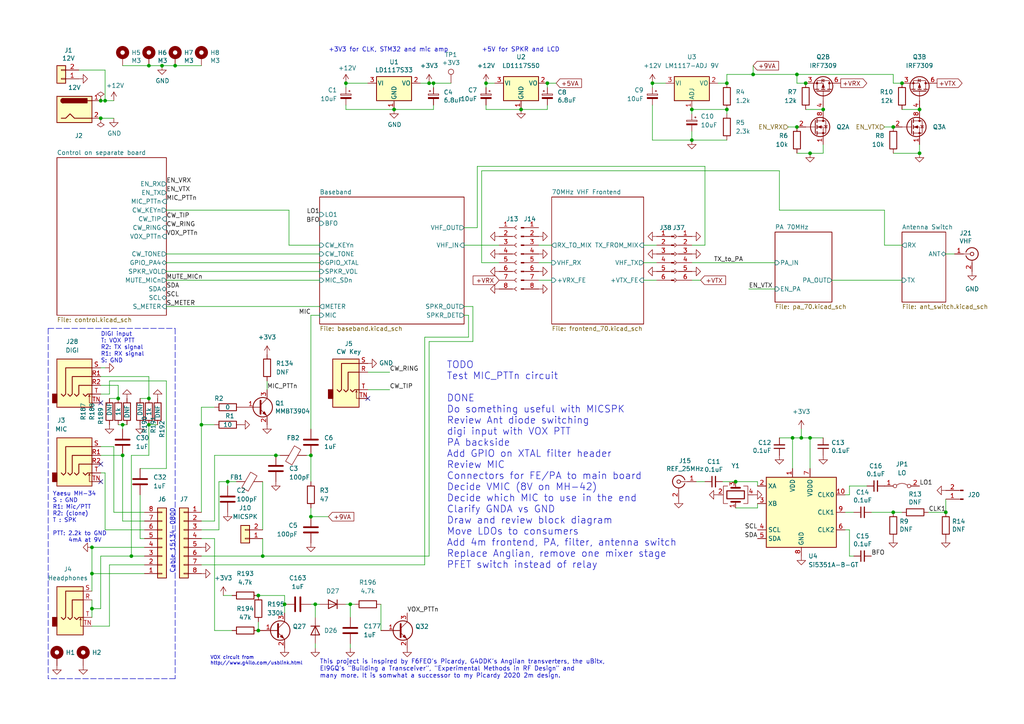
<source format=kicad_sch>
(kicad_sch (version 20211123) (generator eeschema)

  (uuid 7c83c304-769a-4be4-890e-297aba22b5b9)

  (paper "A4")

  (title_block
    (title "DART-70 TRX")
    (date "2023-02-18")
    (rev "0")
    (company "HB9EGM")
    (comment 1 "A 4m Band SSB/CW Transceiver")
  )

  

  (junction (at 232.41 127) (diameter 0) (color 0 0 0 0)
    (uuid 03889bb0-530a-4f17-942f-47bdd8c2143b)
  )
  (junction (at 74.93 182.88) (diameter 0) (color 0 0 0 0)
    (uuid 05f1488f-b95d-4647-953a-d2ec7eee61e9)
  )
  (junction (at 29.21 29.21) (diameter 0) (color 0 0 0 0)
    (uuid 0a082e3d-5a37-45bf-9936-1925b33d6b4f)
  )
  (junction (at 233.68 24.13) (diameter 0) (color 0 0 0 0)
    (uuid 0d713598-e0d7-4b64-806d-d27b5ae84128)
  )
  (junction (at 101.6 175.26) (diameter 0) (color 0 0 0 0)
    (uuid 0efaee8b-abcf-47a1-94ab-452bdfc4d10d)
  )
  (junction (at 259.08 148.59) (diameter 0) (color 0 0 0 0)
    (uuid 11ea7b85-b26d-4a7d-aaed-956352284452)
  )
  (junction (at 46.99 19.05) (diameter 0) (color 0 0 0 0)
    (uuid 130d74aa-cfde-4c45-8bfe-183aacd4590f)
  )
  (junction (at 266.7 44.45) (diameter 0) (color 0 0 0 0)
    (uuid 1379c036-b3e0-455b-b639-0f5dd015d03b)
  )
  (junction (at 210.82 24.13) (diameter 0) (color 0 0 0 0)
    (uuid 13b9a948-b29a-4475-8f42-f20ed3ed1c6a)
  )
  (junction (at 125.73 24.13) (diameter 0) (color 0 0 0 0)
    (uuid 1c29ab88-8089-4a9f-b0ec-e0493fb70d1a)
  )
  (junction (at 38.1 161.29) (diameter 0) (color 0 0 0 0)
    (uuid 2002fb77-6ce7-45e9-a078-9e559a07f8f6)
  )
  (junction (at 30.48 29.21) (diameter 0) (color 0 0 0 0)
    (uuid 248900dc-9b0b-4fb0-8b44-20e56324d88d)
  )
  (junction (at 29.21 34.29) (diameter 0) (color 0 0 0 0)
    (uuid 2bb5e7ab-7e6e-4e4b-8997-824caea277e9)
  )
  (junction (at 231.14 36.83) (diameter 0) (color 0 0 0 0)
    (uuid 2c691037-8de1-4537-a0ef-41ed59613839)
  )
  (junction (at 200.66 31.75) (diameter 0) (color 0 0 0 0)
    (uuid 398ec90b-61af-4d36-9539-63397d126e21)
  )
  (junction (at 210.82 31.75) (diameter 0) (color 0 0 0 0)
    (uuid 4242ccf2-3c4d-4a22-8247-2311c54121ff)
  )
  (junction (at 231.14 21.59) (diameter 0) (color 0 0 0 0)
    (uuid 4750ee37-26c3-426a-a03a-0a50ee4de791)
  )
  (junction (at 43.18 19.05) (diameter 0) (color 0 0 0 0)
    (uuid 48d3528f-d200-4dbf-87c6-2835721afb0e)
  )
  (junction (at 26.67 158.75) (diameter 0) (color 0 0 0 0)
    (uuid 4909e963-8ed8-4cc7-a752-cf9a746ceb8a)
  )
  (junction (at 58.42 123.19) (diameter 0) (color 0 0 0 0)
    (uuid 491c2725-7e3e-4c3b-bdfe-c4363d68c7c6)
  )
  (junction (at 100.33 24.13) (diameter 0) (color 0 0 0 0)
    (uuid 547281cc-eb15-43de-9560-1b10e39a19ed)
  )
  (junction (at 91.44 175.26) (diameter 0) (color 0 0 0 0)
    (uuid 54fc4616-1350-49bf-925e-695b28bb395e)
  )
  (junction (at 238.76 31.75) (diameter 0) (color 0 0 0 0)
    (uuid 5591956a-807b-4208-83a4-6327422e118a)
  )
  (junction (at 26.67 176.53) (diameter 0) (color 0 0 0 0)
    (uuid 6b9394bd-5e58-42ea-a9a4-f58e854aea5c)
  )
  (junction (at 234.95 127) (diameter 0) (color 0 0 0 0)
    (uuid 7e67c67f-3a1d-491c-a9ea-d2c0b71576e9)
  )
  (junction (at 259.08 36.83) (diameter 0) (color 0 0 0 0)
    (uuid 906f16af-3f1b-4545-bda0-18ebce89ce96)
  )
  (junction (at 140.97 24.13) (diameter 0) (color 0 0 0 0)
    (uuid 91bb5e66-90e9-4aff-b233-5b8d53e4ad1c)
  )
  (junction (at 124.46 24.13) (diameter 0) (color 0 0 0 0)
    (uuid 94eb2c38-e244-489c-ba32-44729ff54deb)
  )
  (junction (at 35.56 123.19) (diameter 0) (color 0 0 0 0)
    (uuid 9d55ccbc-4aa6-43b2-aa9c-42e27befe7f1)
  )
  (junction (at 26.67 166.37) (diameter 0) (color 0 0 0 0)
    (uuid 9fb2ca3c-8612-4c01-a40b-6e7e5895a1a0)
  )
  (junction (at 189.23 24.13) (diameter 0) (color 0 0 0 0)
    (uuid a01cdcc4-8ed1-4b36-8702-1b68481a60d9)
  )
  (junction (at 200.66 40.64) (diameter 0) (color 0 0 0 0)
    (uuid a13e5fb2-5800-4421-9e39-63277f01a71d)
  )
  (junction (at 274.32 148.59) (diameter 0) (color 0 0 0 0)
    (uuid a9fed849-c0d2-45ff-802c-7da3e4c52c0a)
  )
  (junction (at 114.3 31.75) (diameter 0) (color 0 0 0 0)
    (uuid b0c265f7-c716-45d5-8397-630db4d2cf65)
  )
  (junction (at 218.44 21.59) (diameter 0) (color 0 0 0 0)
    (uuid b48c282b-d280-4718-bf3a-caf683cb767c)
  )
  (junction (at 82.55 175.26) (diameter 0) (color 0 0 0 0)
    (uuid c004f84b-d700-424b-b84c-a145b0082928)
  )
  (junction (at 35.56 132.08) (diameter 0) (color 0 0 0 0)
    (uuid c1ab7d65-d6a4-4014-80e6-4813d19456de)
  )
  (junction (at 74.93 172.72) (diameter 0) (color 0 0 0 0)
    (uuid c53356f3-b76d-4e9b-819d-f464046dcdf2)
  )
  (junction (at 34.29 115.57) (diameter 0) (color 0 0 0 0)
    (uuid cfd0ce93-955b-4a4c-b9df-adb69c4364b8)
  )
  (junction (at 234.95 44.45) (diameter 0) (color 0 0 0 0)
    (uuid d26d0a63-c69d-4774-9fba-12ed686b99f6)
  )
  (junction (at 50.8 19.05) (diameter 0) (color 0 0 0 0)
    (uuid d4b4dbc7-e763-47b2-a6cb-b5c021db8bcc)
  )
  (junction (at 66.04 139.7) (diameter 0) (color 0 0 0 0)
    (uuid d4c3f5bf-47cb-4030-92b0-bec21d62f389)
  )
  (junction (at 261.62 24.13) (diameter 0) (color 0 0 0 0)
    (uuid d531b677-92b2-4589-8265-ffb9f0a9f471)
  )
  (junction (at 80.01 132.08) (diameter 0) (color 0 0 0 0)
    (uuid d7ecc3d2-2b6e-4e36-92b9-1b58fb257359)
  )
  (junction (at 90.17 132.08) (diameter 0) (color 0 0 0 0)
    (uuid d9abc64c-b691-4ece-b128-4f1d7b31754f)
  )
  (junction (at 43.18 115.57) (diameter 0) (color 0 0 0 0)
    (uuid e9342213-9707-4d1c-a69f-a3da6fb99c7a)
  )
  (junction (at 158.75 24.13) (diameter 0) (color 0 0 0 0)
    (uuid eb69835d-9be6-45e6-b58c-d2902ddb8fb1)
  )
  (junction (at 266.7 31.75) (diameter 0) (color 0 0 0 0)
    (uuid eeabe6f1-2db7-4eed-bd0c-6e41b390284d)
  )
  (junction (at 90.17 149.86) (diameter 0) (color 0 0 0 0)
    (uuid ef105c45-a454-45c2-badb-d87d915177ef)
  )
  (junction (at 76.2 161.29) (diameter 0) (color 0 0 0 0)
    (uuid f4c650b7-943a-4c93-b622-c1362c969577)
  )
  (junction (at 229.87 127) (diameter 0) (color 0 0 0 0)
    (uuid f747ec33-420b-45bc-9778-b4604b083211)
  )
  (junction (at 151.13 31.75) (diameter 0) (color 0 0 0 0)
    (uuid f74be2ca-c140-4c85-937a-a008e4f4ddb7)
  )
  (junction (at 213.36 139.7) (diameter 0) (color 0 0 0 0)
    (uuid f8c9e2c3-818f-482b-ad48-f9fb56a455b0)
  )
  (junction (at 43.18 123.19) (diameter 0) (color 0 0 0 0)
    (uuid fd55beb5-af4c-45f5-9d86-830ec1cfc7da)
  )

  (no_connect (at 29.21 116.84) (uuid 2ccef648-ad61-491f-991d-149354748107))
  (no_connect (at 29.21 139.7) (uuid 891b06d0-7775-40c2-8d16-5452402b91d5))
  (no_connect (at 106.68 115.57) (uuid 9e56fb84-5b0b-47eb-9ee7-e24e7c08829b))
  (no_connect (at 29.21 134.62) (uuid b2135387-8c57-44ac-8ab3-29b54b43f871))

  (wire (pts (xy 29.21 34.29) (xy 33.02 34.29))
    (stroke (width 0) (type default) (color 0 0 0 0))
    (uuid 002154dd-fd21-426e-8f51-d82382197384)
  )
  (wire (pts (xy 256.54 60.96) (xy 256.54 71.12))
    (stroke (width 0) (type default) (color 0 0 0 0))
    (uuid 0051a5cc-b7c8-41b6-8151-8600227de8e2)
  )
  (wire (pts (xy 90.17 132.08) (xy 90.17 139.7))
    (stroke (width 0) (type default) (color 0 0 0 0))
    (uuid 008a59ee-36fb-4f36-a8b0-5cc99b1e8598)
  )
  (wire (pts (xy 256.54 71.12) (xy 261.62 71.12))
    (stroke (width 0) (type default) (color 0 0 0 0))
    (uuid 0116339a-5f0d-4745-a575-44652fb7d9b0)
  )
  (wire (pts (xy 29.21 111.76) (xy 34.29 111.76))
    (stroke (width 0) (type default) (color 0 0 0 0))
    (uuid 012e2806-a99e-44f3-bc66-c467def38bd2)
  )
  (wire (pts (xy 110.49 175.26) (xy 110.49 182.88))
    (stroke (width 0) (type default) (color 0 0 0 0))
    (uuid 025ac572-24f4-4397-b69b-bade669b4c40)
  )
  (wire (pts (xy 83.82 71.12) (xy 83.82 60.96))
    (stroke (width 0) (type default) (color 0 0 0 0))
    (uuid 04508b78-b957-4886-b3fa-3d951fb6452d)
  )
  (wire (pts (xy 246.38 143.51) (xy 245.11 143.51))
    (stroke (width 0) (type default) (color 0 0 0 0))
    (uuid 05f6334e-7131-4999-b788-1681af60d6df)
  )
  (wire (pts (xy 218.44 21.59) (xy 210.82 21.59))
    (stroke (width 0) (type default) (color 0 0 0 0))
    (uuid 09d1af20-c357-48ec-a10f-915c880f15b6)
  )
  (wire (pts (xy 158.75 24.13) (xy 158.75 25.4))
    (stroke (width 0) (type default) (color 0 0 0 0))
    (uuid 09fbb099-19ff-4c9e-b717-ff9eedac992b)
  )
  (wire (pts (xy 140.97 30.48) (xy 140.97 31.75))
    (stroke (width 0) (type default) (color 0 0 0 0))
    (uuid 0a3a19af-7bfa-4df3-9b73-b98420c4a518)
  )
  (wire (pts (xy 43.18 19.05) (xy 46.99 19.05))
    (stroke (width 0) (type default) (color 0 0 0 0))
    (uuid 0aad0e8d-0747-412b-85ac-039bbac4ff5e)
  )
  (wire (pts (xy 266.7 41.91) (xy 266.7 44.45))
    (stroke (width 0) (type default) (color 0 0 0 0))
    (uuid 0b3a2a48-0270-494e-962a-3658a00a0875)
  )
  (wire (pts (xy 226.06 60.96) (xy 256.54 60.96))
    (stroke (width 0) (type default) (color 0 0 0 0))
    (uuid 0bdff19d-fbde-4835-a259-d36d2ec0e6fd)
  )
  (wire (pts (xy 232.41 127) (xy 234.95 127))
    (stroke (width 0) (type default) (color 0 0 0 0))
    (uuid 0dd7a947-881a-4477-b1f8-b88536ca8809)
  )
  (wire (pts (xy 100.33 24.13) (xy 100.33 25.4))
    (stroke (width 0) (type default) (color 0 0 0 0))
    (uuid 11b5652b-07d3-428f-98d5-c354cf3693b1)
  )
  (wire (pts (xy 140.97 31.75) (xy 151.13 31.75))
    (stroke (width 0) (type default) (color 0 0 0 0))
    (uuid 160e3a4c-588b-4e79-ac75-f98bf80b7e0b)
  )
  (wire (pts (xy 210.82 31.75) (xy 210.82 33.02))
    (stroke (width 0) (type default) (color 0 0 0 0))
    (uuid 17fc291b-23f9-4de7-9168-978b13dcd03c)
  )
  (wire (pts (xy 63.5 153.67) (xy 63.5 139.7))
    (stroke (width 0) (type default) (color 0 0 0 0))
    (uuid 1869a25a-7405-4101-9da6-55f7c1e87e39)
  )
  (wire (pts (xy 26.67 166.37) (xy 41.91 166.37))
    (stroke (width 0) (type default) (color 0 0 0 0))
    (uuid 1bcf4a11-4c4f-42b8-9e84-ad79d97ffe8f)
  )
  (wire (pts (xy 76.2 156.21) (xy 76.2 161.29))
    (stroke (width 0) (type default) (color 0 0 0 0))
    (uuid 1c9f0aaa-a7f3-4c99-ac2e-10f6713b49b4)
  )
  (wire (pts (xy 74.93 172.72) (xy 82.55 172.72))
    (stroke (width 0) (type default) (color 0 0 0 0))
    (uuid 1d4132f7-1f35-449b-a4a4-451bd4dc48ab)
  )
  (wire (pts (xy 35.56 123.19) (xy 36.83 123.19))
    (stroke (width 0) (type default) (color 0 0 0 0))
    (uuid 1f7003d3-e395-4fae-a4ec-81e60f5ef90f)
  )
  (wire (pts (xy 41.91 148.59) (xy 33.02 148.59))
    (stroke (width 0) (type default) (color 0 0 0 0))
    (uuid 216cd782-5819-4b5e-931f-7587d15e2161)
  )
  (wire (pts (xy 82.55 177.8) (xy 82.55 175.26))
    (stroke (width 0) (type default) (color 0 0 0 0))
    (uuid 219438ca-bd57-4fea-aeb4-810d77461a18)
  )
  (wire (pts (xy 193.04 24.13) (xy 189.23 24.13))
    (stroke (width 0) (type default) (color 0 0 0 0))
    (uuid 2199bdfc-0462-4363-af5e-16d8e19d600a)
  )
  (wire (pts (xy 123.19 97.79) (xy 123.19 163.83))
    (stroke (width 0) (type default) (color 0 0 0 0))
    (uuid 227082fc-081f-46f9-b11d-3c272a90673e)
  )
  (polyline (pts (xy 13.97 95.25) (xy 50.8 95.25))
    (stroke (width 0) (type default) (color 0 0 0 0))
    (uuid 246d8c70-0329-4f4d-9351-49df120458af)
  )

  (wire (pts (xy 100.33 24.13) (xy 106.68 24.13))
    (stroke (width 0) (type default) (color 0 0 0 0))
    (uuid 28eca374-9b5c-4480-a1a6-52ddcbb57db2)
  )
  (wire (pts (xy 40.64 115.57) (xy 43.18 115.57))
    (stroke (width 0) (type default) (color 0 0 0 0))
    (uuid 2a3464a0-2ccd-434c-8817-4d7a2f14c67a)
  )
  (wire (pts (xy 245.11 148.59) (xy 247.65 148.59))
    (stroke (width 0) (type default) (color 0 0 0 0))
    (uuid 2a86319a-5a94-4745-ad80-6b5c02f72e82)
  )
  (wire (pts (xy 158.75 24.13) (xy 161.29 24.13))
    (stroke (width 0) (type default) (color 0 0 0 0))
    (uuid 2ea38bc3-7d3b-428e-a271-404ee98e752b)
  )
  (wire (pts (xy 135.89 91.44) (xy 135.89 97.79))
    (stroke (width 0) (type default) (color 0 0 0 0))
    (uuid 2f9b686c-0a8f-432b-9e90-c788e62691c6)
  )
  (wire (pts (xy 200.66 40.64) (xy 210.82 40.64))
    (stroke (width 0) (type default) (color 0 0 0 0))
    (uuid 33f01d9a-6abc-40a9-9b6b-d34bddbf731f)
  )
  (wire (pts (xy 256.54 36.83) (xy 259.08 36.83))
    (stroke (width 0) (type default) (color 0 0 0 0))
    (uuid 345987da-5aa5-4c5e-90e1-ddf0086ed5fb)
  )
  (wire (pts (xy 58.42 161.29) (xy 76.2 161.29))
    (stroke (width 0) (type default) (color 0 0 0 0))
    (uuid 361f9eaf-2e29-4825-b35a-439064c6d2db)
  )
  (wire (pts (xy 91.44 175.26) (xy 92.71 175.26))
    (stroke (width 0) (type default) (color 0 0 0 0))
    (uuid 36854e14-46fb-4279-bf79-0322ad1da42a)
  )
  (wire (pts (xy 139.7 76.2) (xy 144.78 76.2))
    (stroke (width 0) (type default) (color 0 0 0 0))
    (uuid 3a4811bf-b539-4978-b0d8-fe47f179161b)
  )
  (wire (pts (xy 67.31 172.72) (xy 64.77 172.72))
    (stroke (width 0) (type default) (color 0 0 0 0))
    (uuid 3cddbb36-7343-44a2-9871-f6b2e73f7d17)
  )
  (wire (pts (xy 134.62 66.04) (xy 138.43 66.04))
    (stroke (width 0) (type default) (color 0 0 0 0))
    (uuid 3ee41aac-558c-43a3-a816-e31001ae8352)
  )
  (wire (pts (xy 48.26 76.2) (xy 92.71 76.2))
    (stroke (width 0) (type default) (color 0 0 0 0))
    (uuid 3eeccf02-360d-4377-89f3-2458946d5853)
  )
  (wire (pts (xy 62.23 156.21) (xy 62.23 182.88))
    (stroke (width 0) (type default) (color 0 0 0 0))
    (uuid 401f2d1f-acc6-4e14-9963-49ecb3bd4627)
  )
  (wire (pts (xy 41.91 158.75) (xy 26.67 158.75))
    (stroke (width 0) (type default) (color 0 0 0 0))
    (uuid 4112aabb-0408-4a3a-9841-f57862637df1)
  )
  (wire (pts (xy 158.75 31.75) (xy 151.13 31.75))
    (stroke (width 0) (type default) (color 0 0 0 0))
    (uuid 443127ca-ab31-4ac0-90cc-723625487807)
  )
  (wire (pts (xy 208.28 24.13) (xy 210.82 24.13))
    (stroke (width 0) (type default) (color 0 0 0 0))
    (uuid 4435e8ff-b63e-4b32-81db-49caa0dd6c5f)
  )
  (wire (pts (xy 77.47 110.49) (xy 77.47 113.03))
    (stroke (width 0) (type default) (color 0 0 0 0))
    (uuid 486b2213-97da-44d5-9d90-f7e87963efde)
  )
  (wire (pts (xy 48.26 110.49) (xy 48.26 135.89))
    (stroke (width 0) (type default) (color 0 0 0 0))
    (uuid 48ad150c-3074-4e76-bbd8-ec98c624b5bc)
  )
  (polyline (pts (xy 50.8 95.25) (xy 50.8 196.85))
    (stroke (width 0) (type default) (color 0 0 0 0))
    (uuid 4b105a5f-5ed5-49ae-8bb9-f1d8c5566b50)
  )

  (wire (pts (xy 135.89 97.79) (xy 123.19 97.79))
    (stroke (width 0) (type default) (color 0 0 0 0))
    (uuid 4c2ca5f1-ff49-468e-a870-b80100e1827e)
  )
  (wire (pts (xy 210.82 21.59) (xy 210.82 24.13))
    (stroke (width 0) (type default) (color 0 0 0 0))
    (uuid 4c57c394-f97c-4a0b-80d4-0b5157781c3b)
  )
  (wire (pts (xy 76.2 161.29) (xy 124.46 161.29))
    (stroke (width 0) (type default) (color 0 0 0 0))
    (uuid 4d2c10b1-9329-409f-bc4d-94aebd58963e)
  )
  (wire (pts (xy 261.62 31.75) (xy 266.7 31.75))
    (stroke (width 0) (type default) (color 0 0 0 0))
    (uuid 4d5acc98-17ff-4e60-af52-349a1269dddf)
  )
  (wire (pts (xy 139.7 49.53) (xy 139.7 76.2))
    (stroke (width 0) (type default) (color 0 0 0 0))
    (uuid 4ecfe5c5-d7fc-4d05-be28-1ed42c507ec3)
  )
  (wire (pts (xy 229.87 127) (xy 232.41 127))
    (stroke (width 0) (type default) (color 0 0 0 0))
    (uuid 5130484e-13a2-434f-935d-3be30d7a93c9)
  )
  (wire (pts (xy 156.21 81.28) (xy 160.02 81.28))
    (stroke (width 0) (type default) (color 0 0 0 0))
    (uuid 52d9d6dd-4266-418b-bf9a-446977053e6f)
  )
  (wire (pts (xy 29.21 161.29) (xy 29.21 176.53))
    (stroke (width 0) (type default) (color 0 0 0 0))
    (uuid 53bb37bd-6ad6-430f-b5e5-21e40448d528)
  )
  (wire (pts (xy 29.21 176.53) (xy 26.67 176.53))
    (stroke (width 0) (type default) (color 0 0 0 0))
    (uuid 568b5dd5-7629-4c3d-9388-eaa54c2762b1)
  )
  (wire (pts (xy 35.56 19.05) (xy 43.18 19.05))
    (stroke (width 0) (type default) (color 0 0 0 0))
    (uuid 579d81c4-8fa6-40d5-b99a-d160787b45b9)
  )
  (wire (pts (xy 58.42 153.67) (xy 63.5 153.67))
    (stroke (width 0) (type default) (color 0 0 0 0))
    (uuid 58e4fb93-6235-473b-af92-bf79be065bda)
  )
  (wire (pts (xy 204.47 48.26) (xy 204.47 71.12))
    (stroke (width 0) (type default) (color 0 0 0 0))
    (uuid 5a05460d-15bc-4058-86e6-a6bff5598db7)
  )
  (wire (pts (xy 218.44 19.05) (xy 218.44 21.59))
    (stroke (width 0) (type default) (color 0 0 0 0))
    (uuid 5afca071-0542-406b-83f5-f8ed30e05c4c)
  )
  (wire (pts (xy 138.43 48.26) (xy 204.47 48.26))
    (stroke (width 0) (type default) (color 0 0 0 0))
    (uuid 5c0ae8f2-fb0b-4cbf-bd78-f6131c18140d)
  )
  (wire (pts (xy 134.62 91.44) (xy 135.89 91.44))
    (stroke (width 0) (type default) (color 0 0 0 0))
    (uuid 5c0d735a-ca1c-4202-8faf-02e515d1181f)
  )
  (wire (pts (xy 259.08 21.59) (xy 231.14 21.59))
    (stroke (width 0) (type default) (color 0 0 0 0))
    (uuid 5ea05504-bb96-4847-90cf-26cb1afd4244)
  )
  (wire (pts (xy 91.44 175.26) (xy 91.44 179.07))
    (stroke (width 0) (type default) (color 0 0 0 0))
    (uuid 5ed02c6b-f3b8-4641-86b2-3c4cac92a5b4)
  )
  (wire (pts (xy 101.6 186.69) (xy 101.6 187.96))
    (stroke (width 0) (type default) (color 0 0 0 0))
    (uuid 5ed5b405-912e-49a2-adbb-ff35d95f4100)
  )
  (wire (pts (xy 76.2 139.7) (xy 76.2 153.67))
    (stroke (width 0) (type default) (color 0 0 0 0))
    (uuid 601c5479-68c8-4d7c-bbde-860bd11a7597)
  )
  (wire (pts (xy 38.1 161.29) (xy 29.21 161.29))
    (stroke (width 0) (type default) (color 0 0 0 0))
    (uuid 6062b414-90cb-4cef-839a-25d90087f1b4)
  )
  (wire (pts (xy 38.1 132.08) (xy 43.18 132.08))
    (stroke (width 0) (type default) (color 0 0 0 0))
    (uuid 60d27bb0-faad-48a9-89c1-b059b592a640)
  )
  (wire (pts (xy 35.56 151.13) (xy 41.91 151.13))
    (stroke (width 0) (type default) (color 0 0 0 0))
    (uuid 6123b0cd-d677-4963-a353-8d6b35692422)
  )
  (polyline (pts (xy 50.8 196.85) (xy 13.97 196.85))
    (stroke (width 0) (type default) (color 0 0 0 0))
    (uuid 6188cf07-9c8d-498a-9db9-9718888dfe39)
  )

  (wire (pts (xy 124.46 24.13) (xy 125.73 24.13))
    (stroke (width 0) (type default) (color 0 0 0 0))
    (uuid 63da3512-bd51-489d-833d-20bce6d76019)
  )
  (wire (pts (xy 251.46 140.97) (xy 246.38 140.97))
    (stroke (width 0) (type default) (color 0 0 0 0))
    (uuid 64e90390-0f4c-4cc1-bafa-363ce23516e9)
  )
  (wire (pts (xy 246.38 161.29) (xy 246.38 153.67))
    (stroke (width 0) (type default) (color 0 0 0 0))
    (uuid 65dd0601-a23d-4c5d-b924-966fc498cbfc)
  )
  (wire (pts (xy 137.16 99.06) (xy 124.46 99.06))
    (stroke (width 0) (type default) (color 0 0 0 0))
    (uuid 67fd3f09-ff5e-4560-b9cb-23649083a340)
  )
  (wire (pts (xy 238.76 44.45) (xy 234.95 44.45))
    (stroke (width 0) (type default) (color 0 0 0 0))
    (uuid 67fd7240-7a2e-4504-8c70-47b3112c634e)
  )
  (wire (pts (xy 26.67 166.37) (xy 26.67 171.45))
    (stroke (width 0) (type default) (color 0 0 0 0))
    (uuid 696f862b-a951-463f-ad29-011c067090d6)
  )
  (wire (pts (xy 246.38 153.67) (xy 245.11 153.67))
    (stroke (width 0) (type default) (color 0 0 0 0))
    (uuid 699bee8c-8bc3-4aa6-b4ed-0aa4d255078a)
  )
  (wire (pts (xy 29.21 114.3) (xy 31.75 114.3))
    (stroke (width 0) (type default) (color 0 0 0 0))
    (uuid 6a5afd47-09df-4a89-803d-e13998688277)
  )
  (wire (pts (xy 38.1 161.29) (xy 38.1 132.08))
    (stroke (width 0) (type default) (color 0 0 0 0))
    (uuid 6ac2f4eb-9300-4682-9dca-8ec36d45a0ab)
  )
  (wire (pts (xy 234.95 127) (xy 234.95 135.89))
    (stroke (width 0) (type default) (color 0 0 0 0))
    (uuid 6b09c60c-c53b-47dd-b8b8-94f682cd2086)
  )
  (wire (pts (xy 58.42 151.13) (xy 62.23 151.13))
    (stroke (width 0) (type default) (color 0 0 0 0))
    (uuid 6cc72bfd-2651-4e90-af42-5d6cec3950c1)
  )
  (wire (pts (xy 26.67 173.99) (xy 26.67 176.53))
    (stroke (width 0) (type default) (color 0 0 0 0))
    (uuid 7019dafb-64b4-4e22-837e-9f37341a0157)
  )
  (wire (pts (xy 48.26 78.74) (xy 92.71 78.74))
    (stroke (width 0) (type default) (color 0 0 0 0))
    (uuid 73062404-be1b-4744-bd1e-9e3d624b8fb3)
  )
  (wire (pts (xy 66.04 139.7) (xy 68.58 139.7))
    (stroke (width 0) (type default) (color 0 0 0 0))
    (uuid 735e33ba-0601-4acb-983d-1656020ec14e)
  )
  (wire (pts (xy 259.08 24.13) (xy 261.62 24.13))
    (stroke (width 0) (type default) (color 0 0 0 0))
    (uuid 73697aae-1f79-401a-bdaa-9ebc2f2340de)
  )
  (wire (pts (xy 140.97 24.13) (xy 140.97 25.4))
    (stroke (width 0) (type default) (color 0 0 0 0))
    (uuid 7471700d-9a5d-406e-b9fc-bdeed49379fa)
  )
  (wire (pts (xy 30.48 29.21) (xy 33.02 29.21))
    (stroke (width 0) (type default) (color 0 0 0 0))
    (uuid 74760d5b-303c-4603-ac2e-6b5209546581)
  )
  (polyline (pts (xy 13.97 95.25) (xy 13.97 196.85))
    (stroke (width 0) (type default) (color 0 0 0 0))
    (uuid 74e37401-14d3-4e3c-84ed-7ddb4d75b44f)
  )

  (wire (pts (xy 29.21 129.54) (xy 33.02 129.54))
    (stroke (width 0) (type default) (color 0 0 0 0))
    (uuid 754f923b-5aa7-4d87-b589-d53346af6023)
  )
  (wire (pts (xy 62.23 182.88) (xy 67.31 182.88))
    (stroke (width 0) (type default) (color 0 0 0 0))
    (uuid 77cc857c-e045-46ac-921a-7b86818ca625)
  )
  (wire (pts (xy 156.21 76.2) (xy 160.02 76.2))
    (stroke (width 0) (type default) (color 0 0 0 0))
    (uuid 7887f659-7796-4d20-b8ec-45fe37db4d3b)
  )
  (wire (pts (xy 58.42 123.19) (xy 62.23 123.19))
    (stroke (width 0) (type default) (color 0 0 0 0))
    (uuid 7921deca-5f19-4011-854e-77ffc3283167)
  )
  (wire (pts (xy 22.86 20.32) (xy 30.48 20.32))
    (stroke (width 0) (type default) (color 0 0 0 0))
    (uuid 79aced1b-30d4-4883-86bf-8a38d664736a)
  )
  (wire (pts (xy 134.62 71.12) (xy 144.78 71.12))
    (stroke (width 0) (type default) (color 0 0 0 0))
    (uuid 7b959fed-4370-4448-9d17-fbc4f5703c60)
  )
  (wire (pts (xy 31.75 115.57) (xy 34.29 115.57))
    (stroke (width 0) (type default) (color 0 0 0 0))
    (uuid 7c8f4fb6-d76c-4fd6-89a0-af30aa8d7cb9)
  )
  (wire (pts (xy 252.73 148.59) (xy 259.08 148.59))
    (stroke (width 0) (type default) (color 0 0 0 0))
    (uuid 7d4200e5-e280-4699-af56-048ba84247d3)
  )
  (wire (pts (xy 81.28 132.08) (xy 80.01 132.08))
    (stroke (width 0) (type default) (color 0 0 0 0))
    (uuid 7fcd6903-4017-464e-a708-1e51b67dd39f)
  )
  (wire (pts (xy 26.67 158.75) (xy 26.67 166.37))
    (stroke (width 0) (type default) (color 0 0 0 0))
    (uuid 80203512-93fd-487a-a00c-1916502463c3)
  )
  (wire (pts (xy 137.16 88.9) (xy 137.16 99.06))
    (stroke (width 0) (type default) (color 0 0 0 0))
    (uuid 812f91c0-f736-4383-bfee-2790347c3abf)
  )
  (wire (pts (xy 90.17 149.86) (xy 95.25 149.86))
    (stroke (width 0) (type default) (color 0 0 0 0))
    (uuid 816e41e9-8ef8-4e70-a70f-02175bdc97c4)
  )
  (wire (pts (xy 234.95 44.45) (xy 231.14 44.45))
    (stroke (width 0) (type default) (color 0 0 0 0))
    (uuid 86c60f4b-4421-4865-beff-ed93adca8ac2)
  )
  (wire (pts (xy 186.69 76.2) (xy 190.5 76.2))
    (stroke (width 0) (type default) (color 0 0 0 0))
    (uuid 89f5cd17-8501-4243-bc98-0e8a1aab3a95)
  )
  (wire (pts (xy 43.18 109.22) (xy 29.21 109.22))
    (stroke (width 0) (type default) (color 0 0 0 0))
    (uuid 8c21da1a-7f0f-49f7-bf28-d155cb03be4b)
  )
  (wire (pts (xy 34.29 123.19) (xy 35.56 123.19))
    (stroke (width 0) (type default) (color 0 0 0 0))
    (uuid 8d12d79e-51f7-4ca7-b044-3e4e258b0ca7)
  )
  (wire (pts (xy 247.65 161.29) (xy 246.38 161.29))
    (stroke (width 0) (type default) (color 0 0 0 0))
    (uuid 8e0abe23-8e7e-48a9-af11-f26197bd8fbf)
  )
  (wire (pts (xy 74.93 180.34) (xy 74.93 182.88))
    (stroke (width 0) (type default) (color 0 0 0 0))
    (uuid 8f1ab95b-1867-4005-8242-092f60cbfea5)
  )
  (wire (pts (xy 189.23 30.48) (xy 189.23 40.64))
    (stroke (width 0) (type default) (color 0 0 0 0))
    (uuid 8f5c2a3a-b2da-434e-8810-9da52a5e413a)
  )
  (wire (pts (xy 29.21 132.08) (xy 35.56 132.08))
    (stroke (width 0) (type default) (color 0 0 0 0))
    (uuid 8fe92221-afec-47ce-a89d-2a3cf937d9a2)
  )
  (wire (pts (xy 35.56 123.19) (xy 35.56 124.46))
    (stroke (width 0) (type default) (color 0 0 0 0))
    (uuid 900073c8-27f0-4864-bec9-14e524ac2d69)
  )
  (wire (pts (xy 134.62 88.9) (xy 137.16 88.9))
    (stroke (width 0) (type default) (color 0 0 0 0))
    (uuid 906c4fbb-4fdd-48c5-aa07-85c56299e46a)
  )
  (wire (pts (xy 90.17 147.32) (xy 90.17 149.86))
    (stroke (width 0) (type default) (color 0 0 0 0))
    (uuid 91c438b1-678d-4a85-be0e-771bfbc58931)
  )
  (wire (pts (xy 233.68 31.75) (xy 238.76 31.75))
    (stroke (width 0) (type default) (color 0 0 0 0))
    (uuid 92dfb53a-5556-47b1-8088-214aebbc803d)
  )
  (wire (pts (xy 92.71 91.44) (xy 90.17 91.44))
    (stroke (width 0) (type default) (color 0 0 0 0))
    (uuid 935427ba-97bd-4319-b38c-51b473619c8a)
  )
  (wire (pts (xy 34.29 111.76) (xy 34.29 115.57))
    (stroke (width 0) (type default) (color 0 0 0 0))
    (uuid 93dc0368-dae8-476c-8070-e86bda493011)
  )
  (wire (pts (xy 158.75 30.48) (xy 158.75 31.75))
    (stroke (width 0) (type default) (color 0 0 0 0))
    (uuid 96e30a9c-78b6-4d1a-bc72-6cbdc7743876)
  )
  (wire (pts (xy 90.17 91.44) (xy 90.17 124.46))
    (stroke (width 0) (type default) (color 0 0 0 0))
    (uuid 9792cf44-3261-4d9f-8ae0-31fdeec0dc70)
  )
  (wire (pts (xy 35.56 151.13) (xy 35.56 132.08))
    (stroke (width 0) (type default) (color 0 0 0 0))
    (uuid 98ea83ac-41c6-4b7d-be63-41372bbd6e24)
  )
  (wire (pts (xy 100.33 30.48) (xy 100.33 31.75))
    (stroke (width 0) (type default) (color 0 0 0 0))
    (uuid 99f8394d-1325-4f0e-9ed0-19dceab6e1f9)
  )
  (wire (pts (xy 62.23 132.08) (xy 80.01 132.08))
    (stroke (width 0) (type default) (color 0 0 0 0))
    (uuid 9c3d736f-f850-40b5-83bf-bf71ce2d8e7c)
  )
  (wire (pts (xy 124.46 99.06) (xy 124.46 161.29))
    (stroke (width 0) (type default) (color 0 0 0 0))
    (uuid 9c4c0112-7564-4034-996a-b0e56c2141a6)
  )
  (wire (pts (xy 186.69 71.12) (xy 190.5 71.12))
    (stroke (width 0) (type default) (color 0 0 0 0))
    (uuid 9d00ede8-7480-44d8-b21e-d16dd17b75ac)
  )
  (wire (pts (xy 238.76 127) (xy 234.95 127))
    (stroke (width 0) (type default) (color 0 0 0 0))
    (uuid 9d3a7a2b-8bae-4d82-8634-16a99f57e389)
  )
  (wire (pts (xy 33.02 129.54) (xy 33.02 148.59))
    (stroke (width 0) (type default) (color 0 0 0 0))
    (uuid 9d5b6cd8-17f0-45de-b87b-5c8a0bd4db14)
  )
  (wire (pts (xy 228.6 36.83) (xy 231.14 36.83))
    (stroke (width 0) (type default) (color 0 0 0 0))
    (uuid a057c374-c462-4764-bd16-2c00eef92afa)
  )
  (wire (pts (xy 48.26 81.28) (xy 92.71 81.28))
    (stroke (width 0) (type default) (color 0 0 0 0))
    (uuid a1864b64-1865-4240-b098-5056fb759def)
  )
  (wire (pts (xy 106.68 107.95) (xy 113.03 107.95))
    (stroke (width 0) (type default) (color 0 0 0 0))
    (uuid a1abde39-78d5-402d-bb1c-75243c61d29b)
  )
  (wire (pts (xy 232.41 124.46) (xy 232.41 127))
    (stroke (width 0) (type default) (color 0 0 0 0))
    (uuid a39008b0-0dd6-44dc-b176-ab03b6874ae7)
  )
  (wire (pts (xy 274.32 73.66) (xy 276.86 73.66))
    (stroke (width 0) (type default) (color 0 0 0 0))
    (uuid a43beeeb-0d60-44c9-bc6b-40c9e75459e8)
  )
  (wire (pts (xy 88.9 132.08) (xy 90.17 132.08))
    (stroke (width 0) (type default) (color 0 0 0 0))
    (uuid a5f4f26e-4b82-496f-b7bb-4ed4211f8100)
  )
  (wire (pts (xy 100.33 31.75) (xy 114.3 31.75))
    (stroke (width 0) (type default) (color 0 0 0 0))
    (uuid a69bb6f5-978b-49bb-9446-4ec9cfe4501e)
  )
  (wire (pts (xy 82.55 175.26) (xy 82.55 172.72))
    (stroke (width 0) (type default) (color 0 0 0 0))
    (uuid a6baa060-c82d-461a-96f5-4f21d73265a4)
  )
  (wire (pts (xy 259.08 21.59) (xy 259.08 24.13))
    (stroke (width 0) (type default) (color 0 0 0 0))
    (uuid a7349b87-3477-4ba5-bc62-3587f94ab817)
  )
  (wire (pts (xy 66.04 140.97) (xy 66.04 139.7))
    (stroke (width 0) (type default) (color 0 0 0 0))
    (uuid a8d341ec-3332-4d82-8a1f-e52e32f564f1)
  )
  (wire (pts (xy 63.5 139.7) (xy 66.04 139.7))
    (stroke (width 0) (type default) (color 0 0 0 0))
    (uuid a9276ad3-2500-44c6-895a-e842a0033021)
  )
  (wire (pts (xy 40.64 143.51) (xy 40.64 156.21))
    (stroke (width 0) (type default) (color 0 0 0 0))
    (uuid a97e4f3d-f371-47f1-8ee9-cbe61c23c759)
  )
  (wire (pts (xy 30.48 153.67) (xy 30.48 137.16))
    (stroke (width 0) (type default) (color 0 0 0 0))
    (uuid a99a526a-0727-4d5d-b793-47c299fd72ba)
  )
  (wire (pts (xy 138.43 66.04) (xy 138.43 48.26))
    (stroke (width 0) (type default) (color 0 0 0 0))
    (uuid ad195d4d-ed76-4a26-ac30-01da417bd64b)
  )
  (wire (pts (xy 231.14 21.59) (xy 218.44 21.59))
    (stroke (width 0) (type default) (color 0 0 0 0))
    (uuid ad76707e-1f2e-4941-86a0-50951acd24bc)
  )
  (wire (pts (xy 91.44 186.69) (xy 91.44 187.96))
    (stroke (width 0) (type default) (color 0 0 0 0))
    (uuid add05f6f-edf6-4631-b6b3-35897f9e8c7b)
  )
  (wire (pts (xy 189.23 40.64) (xy 200.66 40.64))
    (stroke (width 0) (type default) (color 0 0 0 0))
    (uuid aed0a299-8aa6-4a50-b993-c38efe5fdd7a)
  )
  (wire (pts (xy 217.17 83.82) (xy 224.79 83.82))
    (stroke (width 0) (type default) (color 0 0 0 0))
    (uuid b056317e-32ca-4f2d-b310-fc1492cc5060)
  )
  (wire (pts (xy 90.17 175.26) (xy 91.44 175.26))
    (stroke (width 0) (type default) (color 0 0 0 0))
    (uuid b1a62f88-404d-483f-bb63-16c8188b4f3a)
  )
  (wire (pts (xy 189.23 24.13) (xy 189.23 25.4))
    (stroke (width 0) (type default) (color 0 0 0 0))
    (uuid b1ea2466-2371-4b96-9289-6c42e0f0b899)
  )
  (wire (pts (xy 62.23 151.13) (xy 62.23 132.08))
    (stroke (width 0) (type default) (color 0 0 0 0))
    (uuid b32653e4-7801-40ea-b61b-f0311c01d3b4)
  )
  (wire (pts (xy 266.7 44.45) (xy 259.08 44.45))
    (stroke (width 0) (type default) (color 0 0 0 0))
    (uuid b5cbe891-dcdf-4951-8f0a-b2c28e4293cd)
  )
  (wire (pts (xy 58.42 156.21) (xy 62.23 156.21))
    (stroke (width 0) (type default) (color 0 0 0 0))
    (uuid b66c197d-a987-4d64-bb63-7ddb1a72d7fd)
  )
  (wire (pts (xy 31.75 110.49) (xy 48.26 110.49))
    (stroke (width 0) (type default) (color 0 0 0 0))
    (uuid b81d0c78-d550-41d4-a1eb-117ebf171da9)
  )
  (wire (pts (xy 101.6 175.26) (xy 102.87 175.26))
    (stroke (width 0) (type default) (color 0 0 0 0))
    (uuid ba28163c-9ab2-44c5-b089-1433660941d6)
  )
  (wire (pts (xy 231.14 24.13) (xy 233.68 24.13))
    (stroke (width 0) (type default) (color 0 0 0 0))
    (uuid bb78f99c-6783-4afe-a661-68817d4180ab)
  )
  (wire (pts (xy 246.38 140.97) (xy 246.38 143.51))
    (stroke (width 0) (type default) (color 0 0 0 0))
    (uuid bcb20d96-4c0e-4c98-a263-0cdd41ab15e5)
  )
  (wire (pts (xy 31.75 114.3) (xy 31.75 110.49))
    (stroke (width 0) (type default) (color 0 0 0 0))
    (uuid bd0e4fad-23a4-44c5-8109-e923d950f5c3)
  )
  (wire (pts (xy 200.66 38.1) (xy 200.66 40.64))
    (stroke (width 0) (type default) (color 0 0 0 0))
    (uuid bda7a16e-b931-4d51-b769-ff5809beef5f)
  )
  (wire (pts (xy 48.26 60.96) (xy 83.82 60.96))
    (stroke (width 0) (type default) (color 0 0 0 0))
    (uuid bfce1213-d511-4811-bc9d-beb994b8b9fe)
  )
  (wire (pts (xy 31.75 163.83) (xy 31.75 181.61))
    (stroke (width 0) (type default) (color 0 0 0 0))
    (uuid c0738ee3-5ef6-48be-9a20-f10b8cdc3a6d)
  )
  (wire (pts (xy 41.91 161.29) (xy 38.1 161.29))
    (stroke (width 0) (type default) (color 0 0 0 0))
    (uuid c12b5903-2f75-49c3-8332-69e02fb1aff7)
  )
  (wire (pts (xy 41.91 156.21) (xy 40.64 156.21))
    (stroke (width 0) (type default) (color 0 0 0 0))
    (uuid c13eaffb-5c39-4e48-8c42-cc2bcee712b4)
  )
  (wire (pts (xy 229.87 127) (xy 229.87 135.89))
    (stroke (width 0) (type default) (color 0 0 0 0))
    (uuid c24d03f2-5bff-4d74-88e5-481cd2f1e035)
  )
  (wire (pts (xy 274.32 148.59) (xy 274.32 144.78))
    (stroke (width 0) (type default) (color 0 0 0 0))
    (uuid c48e879f-0b64-4f86-a8cf-003dbff29c4e)
  )
  (wire (pts (xy 226.06 49.53) (xy 226.06 60.96))
    (stroke (width 0) (type default) (color 0 0 0 0))
    (uuid c4edda47-532d-4e95-9fc8-38bd0ed58dfb)
  )
  (wire (pts (xy 186.69 81.28) (xy 190.5 81.28))
    (stroke (width 0) (type default) (color 0 0 0 0))
    (uuid c64a6907-65ea-4d9f-8271-b12257b06b60)
  )
  (wire (pts (xy 261.62 148.59) (xy 259.08 148.59))
    (stroke (width 0) (type default) (color 0 0 0 0))
    (uuid cbbfb5e5-7e85-4367-b6a7-9b21fc6d9e17)
  )
  (wire (pts (xy 139.7 49.53) (xy 226.06 49.53))
    (stroke (width 0) (type default) (color 0 0 0 0))
    (uuid cbd19eae-411c-4ba9-9265-3a6ab1b93364)
  )
  (wire (pts (xy 213.36 147.32) (xy 219.71 147.32))
    (stroke (width 0) (type default) (color 0 0 0 0))
    (uuid cc89f37d-2221-4ee8-a763-21432c733f93)
  )
  (wire (pts (xy 121.92 24.13) (xy 124.46 24.13))
    (stroke (width 0) (type default) (color 0 0 0 0))
    (uuid cdc3b2bb-9f60-476c-ac94-bf550b6e7b5e)
  )
  (wire (pts (xy 238.76 41.91) (xy 238.76 44.45))
    (stroke (width 0) (type default) (color 0 0 0 0))
    (uuid cdf8245b-2e03-441d-8536-8e14a3d0d2ff)
  )
  (wire (pts (xy 226.06 127) (xy 229.87 127))
    (stroke (width 0) (type default) (color 0 0 0 0))
    (uuid ceb52c7a-a12c-449a-be98-109b3a3bd409)
  )
  (wire (pts (xy 41.91 163.83) (xy 31.75 163.83))
    (stroke (width 0) (type default) (color 0 0 0 0))
    (uuid d1791382-8e9e-408d-8461-11f5ded4ad48)
  )
  (wire (pts (xy 29.21 29.21) (xy 30.48 29.21))
    (stroke (width 0) (type default) (color 0 0 0 0))
    (uuid d18620ef-44b4-47e8-b939-bb0398e91c85)
  )
  (wire (pts (xy 62.23 118.11) (xy 58.42 118.11))
    (stroke (width 0) (type default) (color 0 0 0 0))
    (uuid d1ce4cd2-0109-47a9-93f8-38c475604c2d)
  )
  (wire (pts (xy 203.2 81.28) (xy 200.66 81.28))
    (stroke (width 0) (type default) (color 0 0 0 0))
    (uuid d3a84e57-57ed-4e86-bbef-110f27537e2d)
  )
  (wire (pts (xy 101.6 175.26) (xy 100.33 175.26))
    (stroke (width 0) (type default) (color 0 0 0 0))
    (uuid d45f846b-c301-44d2-87d8-543fb71fc96f)
  )
  (wire (pts (xy 219.71 139.7) (xy 219.71 140.97))
    (stroke (width 0) (type default) (color 0 0 0 0))
    (uuid d51dda35-7a1a-4d41-817a-7bb1f7f6ffd4)
  )
  (wire (pts (xy 125.73 24.13) (xy 130.81 24.13))
    (stroke (width 0) (type default) (color 0 0 0 0))
    (uuid d525e71e-c2ed-4851-a87b-7438f67fb580)
  )
  (wire (pts (xy 46.99 19.05) (xy 50.8 19.05))
    (stroke (width 0) (type default) (color 0 0 0 0))
    (uuid d5d26400-826e-40a5-a7b1-6a9ebbaedfb4)
  )
  (wire (pts (xy 204.47 71.12) (xy 200.66 71.12))
    (stroke (width 0) (type default) (color 0 0 0 0))
    (uuid d6359d4b-1c12-4663-b116-45be3135a185)
  )
  (wire (pts (xy 43.18 109.22) (xy 43.18 115.57))
    (stroke (width 0) (type default) (color 0 0 0 0))
    (uuid d69edc37-e033-4412-95fb-f9006872dc8c)
  )
  (wire (pts (xy 241.3 81.28) (xy 261.62 81.28))
    (stroke (width 0) (type default) (color 0 0 0 0))
    (uuid dd34928a-03c5-4a5d-a033-92155af70ac7)
  )
  (wire (pts (xy 140.97 24.13) (xy 143.51 24.13))
    (stroke (width 0) (type default) (color 0 0 0 0))
    (uuid dd927172-6a9a-406f-a951-4e7f78cebb7b)
  )
  (wire (pts (xy 101.6 179.07) (xy 101.6 175.26))
    (stroke (width 0) (type default) (color 0 0 0 0))
    (uuid df100a56-7392-493d-8b6e-86fc6143d01d)
  )
  (wire (pts (xy 50.8 19.05) (xy 58.42 19.05))
    (stroke (width 0) (type default) (color 0 0 0 0))
    (uuid dfd58d9e-0c03-4a20-9983-0d32c26093d8)
  )
  (wire (pts (xy 29.21 137.16) (xy 30.48 137.16))
    (stroke (width 0) (type default) (color 0 0 0 0))
    (uuid e0b9a722-e170-4302-a4fd-5e8753db7507)
  )
  (wire (pts (xy 26.67 176.53) (xy 26.67 179.07))
    (stroke (width 0) (type default) (color 0 0 0 0))
    (uuid e13bdf92-8a8e-480a-979d-89eb54f62599)
  )
  (wire (pts (xy 30.48 153.67) (xy 41.91 153.67))
    (stroke (width 0) (type default) (color 0 0 0 0))
    (uuid e14c95a1-54f8-45dd-a1c7-754772fa0aa1)
  )
  (wire (pts (xy 200.66 76.2) (xy 224.79 76.2))
    (stroke (width 0) (type default) (color 0 0 0 0))
    (uuid e172e707-37ee-4eca-bafc-b341a9ceabaa)
  )
  (wire (pts (xy 58.42 163.83) (xy 123.19 163.83))
    (stroke (width 0) (type default) (color 0 0 0 0))
    (uuid e176270a-9085-4242-b7c7-9ea9ab078583)
  )
  (wire (pts (xy 48.26 88.9) (xy 92.71 88.9))
    (stroke (width 0) (type default) (color 0 0 0 0))
    (uuid e1e720db-7dfc-41da-9ad4-b3768ff49c06)
  )
  (wire (pts (xy 114.3 31.75) (xy 125.73 31.75))
    (stroke (width 0) (type default) (color 0 0 0 0))
    (uuid e264f0d9-6386-4838-a810-81df8032f681)
  )
  (wire (pts (xy 30.48 20.32) (xy 30.48 29.21))
    (stroke (width 0) (type default) (color 0 0 0 0))
    (uuid e49f1b40-a83b-4b72-93d7-dd44349357c4)
  )
  (wire (pts (xy 43.18 123.19) (xy 45.72 123.19))
    (stroke (width 0) (type default) (color 0 0 0 0))
    (uuid e7845d68-e5dc-4948-b8be-e64f3e188bb5)
  )
  (wire (pts (xy 106.68 113.03) (xy 113.03 113.03))
    (stroke (width 0) (type default) (color 0 0 0 0))
    (uuid e7ac32f0-5e71-4c65-ac6f-730f4731f5f7)
  )
  (wire (pts (xy 48.26 73.66) (xy 92.71 73.66))
    (stroke (width 0) (type default) (color 0 0 0 0))
    (uuid e7fda734-bc52-4f7b-a47b-c1ec6d307d8f)
  )
  (wire (pts (xy 48.26 135.89) (xy 40.64 135.89))
    (stroke (width 0) (type default) (color 0 0 0 0))
    (uuid e91dad84-d131-4d30-aeb9-ac5dff4b3633)
  )
  (wire (pts (xy 274.32 148.59) (xy 269.24 148.59))
    (stroke (width 0) (type default) (color 0 0 0 0))
    (uuid ea6f4611-7eac-4b21-b232-fff65a738b95)
  )
  (wire (pts (xy 209.55 139.7) (xy 213.36 139.7))
    (stroke (width 0) (type default) (color 0 0 0 0))
    (uuid ea97e745-2bac-4983-a78b-499e0f8d7b6d)
  )
  (wire (pts (xy 200.66 31.75) (xy 210.82 31.75))
    (stroke (width 0) (type default) (color 0 0 0 0))
    (uuid eb9b3733-e4ec-4731-87f1-5f6fd8f11a68)
  )
  (wire (pts (xy 156.21 71.12) (xy 160.02 71.12))
    (stroke (width 0) (type default) (color 0 0 0 0))
    (uuid ecfe8984-0282-4208-8f3d-aa8b3adb9dd8)
  )
  (wire (pts (xy 58.42 123.19) (xy 58.42 148.59))
    (stroke (width 0) (type default) (color 0 0 0 0))
    (uuid ee32008c-3a41-41ed-acda-9217a2246d07)
  )
  (wire (pts (xy 58.42 118.11) (xy 58.42 123.19))
    (stroke (width 0) (type default) (color 0 0 0 0))
    (uuid f142e195-1e8c-4d80-b290-cc6d513aa04c)
  )
  (wire (pts (xy 83.82 71.12) (xy 92.71 71.12))
    (stroke (width 0) (type default) (color 0 0 0 0))
    (uuid f22441fb-3978-4762-b6a3-6def4069e413)
  )
  (wire (pts (xy 204.47 139.7) (xy 201.93 139.7))
    (stroke (width 0) (type default) (color 0 0 0 0))
    (uuid f38fd353-54b3-403a-9387-7ff36888e6a9)
  )
  (wire (pts (xy 213.36 139.7) (xy 219.71 139.7))
    (stroke (width 0) (type default) (color 0 0 0 0))
    (uuid f7008c47-327e-4961-9c20-bbaf09b0d636)
  )
  (wire (pts (xy 219.71 147.32) (xy 219.71 146.05))
    (stroke (width 0) (type default) (color 0 0 0 0))
    (uuid f841e691-04bf-4057-bcb4-476ba3910c05)
  )
  (wire (pts (xy 125.73 30.48) (xy 125.73 31.75))
    (stroke (width 0) (type default) (color 0 0 0 0))
    (uuid fc244ca3-4412-44ac-b1f3-44d00d15b5ac)
  )
  (wire (pts (xy 200.66 31.75) (xy 200.66 33.02))
    (stroke (width 0) (type default) (color 0 0 0 0))
    (uuid fc4a7459-1bb4-4226-8823-ec552cb8417e)
  )
  (wire (pts (xy 43.18 123.19) (xy 43.18 132.08))
    (stroke (width 0) (type default) (color 0 0 0 0))
    (uuid fcd3e21a-290b-48f5-9d98-bf10da5f3f08)
  )
  (wire (pts (xy 29.21 106.68) (xy 30.48 106.68))
    (stroke (width 0) (type default) (color 0 0 0 0))
    (uuid fe6c5c62-a539-4eb7-88f4-5a724361eef1)
  )
  (wire (pts (xy 231.14 21.59) (xy 231.14 24.13))
    (stroke (width 0) (type default) (color 0 0 0 0))
    (uuid fe8a3f3f-3126-421d-b59c-37217ed6f49c)
  )
  (wire (pts (xy 125.73 24.13) (xy 125.73 25.4))
    (stroke (width 0) (type default) (color 0 0 0 0))
    (uuid ffb99ea8-48c3-486c-94d4-7034e45d57f7)
  )
  (wire (pts (xy 31.75 181.61) (xy 26.67 181.61))
    (stroke (width 0) (type default) (color 0 0 0 0))
    (uuid ffbbcbe6-15b0-480e-b792-9f7693fff52a)
  )

  (text "+5V for SPKR and LCD" (at 139.7 15.24 0)
    (effects (font (size 1.27 1.27)) (justify left bottom))
    (uuid 239d5a08-bfc0-4925-8e7a-6431dab8181d)
  )
  (text "VOX circuit from\nhttp://www.g4ilo.com/usblink.html"
    (at 60.96 193.04 0)
    (effects (font (size 1 1)) (justify left bottom))
    (uuid 690337fc-9d51-4dcd-a71e-55c152ad9d3e)
  )
  (text "Cable 15134-0800" (at 50.8 166.37 90)
    (effects (font (size 1.27 1.27)) (justify left bottom))
    (uuid 79e801b2-3848-4600-8f04-05e4cce85305)
  )
  (text "Yaesu MH-34\nS : GND\nR1: Mic/PTT\nR2: (clone)\nT : SPK\n\nPTT: 2.2k to GND\n     4mA at 9V"
    (at 15.24 157.48 0)
    (effects (font (size 1.1938 1.1938)) (justify left bottom))
    (uuid aa6d67fe-cd8b-468d-8447-611ba063ffe2)
  )
  (text "TODO\nTest MIC_PTTn circuit\n\nDONE\nDo something useful with MICSPK\nReview Ant diode switching\ndigi input with VOX PTT\nPA backside\nAdd GPIO on XTAL filter header\nReview MIC\nConnectors for FE/PA to main board\nDecide VMIC (8V on MH-42)\nDecide which MIC to use in the end\nClarify GNDA vs GND\nDraw and review block diagram\nMove LDOs to consumers\nAdd 4m frontend, PA, filter, antenna switch\nReplace Anglian, remove one mixer stage\nPFET switch instead of relay\n"
    (at 129.54 165.1 0)
    (effects (font (size 2 2)) (justify left bottom))
    (uuid bb2e7fd8-c90d-4499-afb3-dd966ff449a9)
  )
  (text "This project is inspired by F6FEO's Picardy, G4DDK's Anglian transverters, the uBitx,\nEI9GQ's \"Building a Transceiver\", \"Experimental Methods in RF Design\" and\nmany more. It is somwhat a successor to my Picardy 2020 2m design."
    (at 92.71 196.85 0)
    (effects (font (size 1.27 1.27)) (justify left bottom))
    (uuid cc99dfff-7e1c-41c9-90b0-50846ceea0a1)
  )
  (text "DIGI input\nT: VOX PTT\nR2: TX signal\nR1: RX signal\nS: GND"
    (at 29.21 105.41 0)
    (effects (font (size 1.1938 1.1938)) (justify left bottom))
    (uuid e5280dbc-7c9c-41bd-94e0-430ce12b2adc)
  )
  (text "+3V3 for CLK, STM32 and mic amp" (at 95.25 15.24 0)
    (effects (font (size 1.27 1.27)) (justify left bottom))
    (uuid fe3f7dc5-df73-4ed5-9e26-595b8cfa5333)
  )

  (label "TX_to_PA" (at 207.01 76.2 0)
    (effects (font (size 1.27 1.27)) (justify left bottom))
    (uuid 2ec14e45-c498-4099-b6a7-ce1facd68046)
  )
  (label "CLK1" (at 274.32 148.59 180)
    (effects (font (size 1.27 1.27)) (justify right bottom))
    (uuid 37559495-9dfc-4a54-80ee-fad84f20dc2a)
  )
  (label "SCL" (at 48.26 86.36 0)
    (effects (font (size 1.27 1.27)) (justify left bottom))
    (uuid 38bd102f-633a-4953-97ad-13bc577149af)
  )
  (label "SDA" (at 219.71 156.21 180)
    (effects (font (size 1.27 1.27)) (justify right bottom))
    (uuid 3e13cb83-601f-443a-a951-e96035da31e7)
  )
  (label "VOX_PTTn" (at 48.26 68.58 0)
    (effects (font (size 1.27 1.27)) (justify left bottom))
    (uuid 3fa4b4e1-2aba-4d5e-b59b-221659fe8990)
  )
  (label "EN_VRX" (at 48.26 53.34 0)
    (effects (font (size 1.27 1.27)) (justify left bottom))
    (uuid 618621f8-a3f4-49c8-9ea3-607c2df3756e)
  )
  (label "EN_VTX" (at 217.17 83.82 0)
    (effects (font (size 1.27 1.27)) (justify left bottom))
    (uuid 695fa56a-671a-410f-94f3-9b23856076c0)
  )
  (label "CW_RING" (at 113.03 107.95 0)
    (effects (font (size 1.27 1.27)) (justify left bottom))
    (uuid 7906f11d-49c0-4b99-b74d-443c82e1ec6a)
  )
  (label "EN_VTX" (at 48.26 55.88 0)
    (effects (font (size 1.27 1.27)) (justify left bottom))
    (uuid 79771a5b-bbc0-45e2-b3e2-33121a4ba792)
  )
  (label "CW_RING" (at 48.26 66.04 0)
    (effects (font (size 1.27 1.27)) (justify left bottom))
    (uuid 85e987f3-11f0-4e85-9be0-8c79e37e02ec)
  )
  (label "SDA" (at 48.26 83.82 0)
    (effects (font (size 1.27 1.27)) (justify left bottom))
    (uuid 861fa728-ad72-4a0e-81c5-e00ac8e2afd5)
  )
  (label "VOX_PTTn" (at 118.11 177.8 0)
    (effects (font (size 1.27 1.27)) (justify left bottom))
    (uuid 9363c12b-73ca-4764-9b94-bd625f6dc121)
  )
  (label "MIC_PTTn" (at 77.47 113.03 0)
    (effects (font (size 1.27 1.27)) (justify left bottom))
    (uuid 999a6700-22eb-4836-86fc-2c4c3f94e081)
  )
  (label "MIC_PTTn" (at 48.26 58.42 0)
    (effects (font (size 1.27 1.27)) (justify left bottom))
    (uuid 9a533855-32f3-454c-b9eb-791fa757c655)
  )
  (label "CW_TIP" (at 48.26 63.5 0)
    (effects (font (size 1.27 1.27)) (justify left bottom))
    (uuid 9d366296-47c6-47a8-b170-ad51354d17b9)
  )
  (label "MIC" (at 90.17 91.44 180)
    (effects (font (size 1.27 1.27)) (justify right bottom))
    (uuid a60b880d-79d5-4af9-b917-73bba79e19a9)
  )
  (label "S_METER" (at 48.26 88.9 0)
    (effects (font (size 1.27 1.27)) (justify left bottom))
    (uuid ae9e6037-71e8-40b8-9d18-52132b11e130)
  )
  (label "LO1" (at 266.7 140.97 0)
    (effects (font (size 1.27 1.27)) (justify left bottom))
    (uuid b1685444-7ed2-49f0-840b-5ade5d456940)
  )
  (label "MUTE_MICn" (at 48.26 81.28 0)
    (effects (font (size 1.27 1.27)) (justify left bottom))
    (uuid cb0bacd7-3cb4-4f05-90bb-6eac18befcbf)
  )
  (label "LO1" (at 92.71 62.23 180)
    (effects (font (size 1.27 1.27)) (justify right bottom))
    (uuid cdac41f7-a7f2-4a3f-ba4b-bfc7d7f66152)
  )
  (label "BFO" (at 252.73 161.29 0)
    (effects (font (size 1.27 1.27)) (justify left bottom))
    (uuid e316d376-2303-43ce-9137-3f0af976260d)
  )
  (label "SCL" (at 219.71 153.67 180)
    (effects (font (size 1.27 1.27)) (justify right bottom))
    (uuid ee4f4482-0e91-4fc6-9eab-f13196efb328)
  )
  (label "CW_TIP" (at 113.03 113.03 0)
    (effects (font (size 1.27 1.27)) (justify left bottom))
    (uuid f1ca34a5-a3cd-4c57-9860-d136a96d83f6)
  )
  (label "BFO" (at 92.71 64.77 180)
    (effects (font (size 1.27 1.27)) (justify right bottom))
    (uuid f9d8824d-4312-4052-b7a4-29b601206a19)
  )

  (global_label "+VTX" (shape output) (at 271.78 24.13 0) (fields_autoplaced)
    (effects (font (size 1.27 1.27)) (justify left))
    (uuid 5715d411-82bf-4ac6-9f8b-b918cd54b27e)
    (property "Intersheet References" "${INTERSHEET_REFS}" (id 0) (at 279.0312 24.0506 0)
      (effects (font (size 1.27 1.27)) (justify left) hide)
    )
  )
  (global_label "+9VA" (shape input) (at 95.25 149.86 0) (fields_autoplaced)
    (effects (font (size 1.27 1.27)) (justify left))
    (uuid 6bdfb847-9880-4b1f-8fd6-0e3a4eccd64c)
    (property "Intersheet References" "${INTERSHEET_REFS}" (id 0) (at 102.6221 149.9394 0)
      (effects (font (size 1.27 1.27)) (justify left) hide)
    )
  )
  (global_label "+VRX" (shape output) (at 243.84 24.13 0) (fields_autoplaced)
    (effects (font (size 1.27 1.27)) (justify left))
    (uuid 8e3e968b-49f3-4efb-92bd-f40737515307)
    (property "Intersheet References" "${INTERSHEET_REFS}" (id 0) (at 251.3936 24.0506 0)
      (effects (font (size 1.27 1.27)) (justify left) hide)
    )
  )
  (global_label "+9VA" (shape input) (at 218.44 19.05 0) (fields_autoplaced)
    (effects (font (size 1.27 1.27)) (justify left))
    (uuid b3e01a68-c938-463c-b6ca-30fd22614c36)
    (property "Intersheet References" "${INTERSHEET_REFS}" (id 0) (at 225.8121 18.9706 0)
      (effects (font (size 1.27 1.27)) (justify left) hide)
    )
  )
  (global_label "+VRX" (shape input) (at 144.78 81.28 180) (fields_autoplaced)
    (effects (font (size 1.27 1.27)) (justify right))
    (uuid c079eb78-08f6-43ae-9a6f-0e3c2c3038d0)
    (property "Intersheet References" "${INTERSHEET_REFS}" (id 0) (at 137.2264 81.2006 0)
      (effects (font (size 1.27 1.27)) (justify right) hide)
    )
  )
  (global_label "+VTX" (shape input) (at 203.2 81.28 0) (fields_autoplaced)
    (effects (font (size 1.27 1.27)) (justify left))
    (uuid deea0e94-1421-4e7b-b63a-98b53f765626)
    (property "Intersheet References" "${INTERSHEET_REFS}" (id 0) (at 210.4512 81.2006 0)
      (effects (font (size 1.27 1.27)) (justify left) hide)
    )
  )
  (global_label "+5VA" (shape input) (at 161.29 24.13 0) (fields_autoplaced)
    (effects (font (size 1.27 1.27)) (justify left))
    (uuid f893aa0f-8cfb-41de-a86f-f149674614ad)
    (property "Intersheet References" "${INTERSHEET_REFS}" (id 0) (at 168.6621 24.2094 0)
      (effects (font (size 1.27 1.27)) (justify left) hide)
    )
  )

  (hierarchical_label "EN_VRX" (shape input) (at 228.6 36.83 180)
    (effects (font (size 1.27 1.27)) (justify right))
    (uuid 7df73d1c-bea1-40bc-bd85-23a0ec4a5e64)
  )
  (hierarchical_label "EN_VTX" (shape input) (at 256.54 36.83 180)
    (effects (font (size 1.27 1.27)) (justify right))
    (uuid ebcb7436-0315-46b9-b837-f901891153ea)
  )

  (symbol (lib_id "power:GND") (at 232.41 161.29 0) (unit 1)
    (in_bom yes) (on_board yes) (fields_autoplaced)
    (uuid 0061bfb4-595e-4a80-898a-aee5ad06fb23)
    (property "Reference" "#PWR056" (id 0) (at 232.41 167.64 0)
      (effects (font (size 1.27 1.27)) hide)
    )
    (property "Value" "GND" (id 1) (at 232.4099 165.1 90)
      (effects (font (size 1.27 1.27)) (justify right) hide)
    )
    (property "Footprint" "" (id 2) (at 232.41 161.29 0)
      (effects (font (size 1.27 1.27)) hide)
    )
    (property "Datasheet" "" (id 3) (at 232.41 161.29 0)
      (effects (font (size 1.27 1.27)) hide)
    )
    (pin "1" (uuid e68652d2-f355-48cb-9617-e4581e89486c))
  )

  (symbol (lib_id "power:GND") (at 101.6 187.96 0) (unit 1)
    (in_bom yes) (on_board yes) (fields_autoplaced)
    (uuid 07c838eb-a24b-4013-bb3f-2502b2f07fa5)
    (property "Reference" "#PWR0263" (id 0) (at 101.6 194.31 0)
      (effects (font (size 1.27 1.27)) hide)
    )
    (property "Value" "GND" (id 1) (at 101.727 191.2112 90)
      (effects (font (size 1.27 1.27)) (justify right) hide)
    )
    (property "Footprint" "" (id 2) (at 101.6 187.96 0)
      (effects (font (size 1.27 1.27)) hide)
    )
    (property "Datasheet" "" (id 3) (at 101.6 187.96 0)
      (effects (font (size 1.27 1.27)) hide)
    )
    (pin "1" (uuid eb167b89-0b9b-45e3-8639-c2e3ec46109e))
  )

  (symbol (lib_id "mpb:CUI-SJ-43515TS-SMT") (at 21.59 132.08 0) (unit 1)
    (in_bom yes) (on_board yes)
    (uuid 0c3d418e-6b9b-41d2-bfe3-e0fafdcc08df)
    (property "Reference" "J3" (id 0) (at 17.78 121.92 0))
    (property "Value" "MIC" (id 1) (at 17.78 124.46 0))
    (property "Footprint" "mpb:Jack_3.5mm_CUI_SJ-43515TS-SMT" (id 2) (at 16.51 146.05 0)
      (effects (font (size 1.27 1.27)) hide)
    )
    (property "Datasheet" "https://www.mouser.ch/datasheet/2/670/sj_4351x_smt-1779337.pdf" (id 3) (at 19.05 133.35 0)
      (effects (font (size 1.27 1.27)) hide)
    )
    (property "MPN" "SJ-43515TS-SMT-TR" (id 4) (at 21.59 132.08 0)
      (effects (font (size 1.27 1.27)) hide)
    )
    (property "Need_order" "0" (id 5) (at 21.59 132.08 0)
      (effects (font (size 1.27 1.27)) hide)
    )
    (pin "NC" (uuid 4a9ae459-917a-4e56-8550-a6e085fcb402))
    (pin "R1" (uuid b6b1f4a9-609f-40fb-86cb-75e53e708f1a))
    (pin "R2" (uuid ad04f755-0677-4e2e-877a-d2e2f3c1d776))
    (pin "S" (uuid d94a0a1d-24de-4760-a884-ab454c08e996))
    (pin "T" (uuid 706df1e6-f9b5-442a-9372-f462c30194f1))
    (pin "TN" (uuid 01525385-14b1-4fd0-a2ee-c26d8ec1982c))
  )

  (symbol (lib_id "power:GND") (at 90.17 157.48 0) (unit 1)
    (in_bom yes) (on_board yes) (fields_autoplaced)
    (uuid 0eddf3a3-680e-4189-b645-0f685f620bff)
    (property "Reference" "#PWR021" (id 0) (at 90.17 163.83 0)
      (effects (font (size 1.27 1.27)) hide)
    )
    (property "Value" "GND" (id 1) (at 90.297 160.7312 90)
      (effects (font (size 1.27 1.27)) (justify right) hide)
    )
    (property "Footprint" "" (id 2) (at 90.17 157.48 0)
      (effects (font (size 1.27 1.27)) hide)
    )
    (property "Datasheet" "" (id 3) (at 90.17 157.48 0)
      (effects (font (size 1.27 1.27)) hide)
    )
    (pin "1" (uuid 18cdbf1f-c81a-4e46-811e-86c4e8d65c42))
  )

  (symbol (lib_id "Regulator_Linear:LD1117S50TR_SOT223") (at 151.13 24.13 0) (unit 1)
    (in_bom yes) (on_board yes) (fields_autoplaced)
    (uuid 0f599ab7-5a53-4f5a-bde7-fcef2e2841ee)
    (property "Reference" "U2" (id 0) (at 151.13 16.51 0))
    (property "Value" "LD1117S50" (id 1) (at 151.13 19.05 0))
    (property "Footprint" "Package_TO_SOT_SMD:SOT-223-3_TabPin2" (id 2) (at 151.13 19.05 0)
      (effects (font (size 1.27 1.27)) hide)
    )
    (property "Datasheet" "/home/bram/Sync/Doc/Datasheet/ld1117.pdf" (id 3) (at 153.67 30.48 0)
      (effects (font (size 1.27 1.27)) hide)
    )
    (property "MPN" "LD1117S50CTR" (id 4) (at 151.13 24.13 0)
      (effects (font (size 1.27 1.27)) hide)
    )
    (property "Need_order" "0" (id 5) (at 151.13 24.13 0)
      (effects (font (size 1.27 1.27)) hide)
    )
    (pin "1" (uuid 0799cfe9-f73f-428f-86e0-5df9fe4be1b8))
    (pin "2" (uuid 9a642b0f-f010-4ca9-8892-5ba6582f9da8))
    (pin "3" (uuid df79b4b0-7939-4714-b2e0-4a118371874f))
  )

  (symbol (lib_id "Transistor_FET:IRF7309IPBF") (at 266.7 26.67 270) (mirror x) (unit 2)
    (in_bom yes) (on_board yes) (fields_autoplaced)
    (uuid 0f9e322e-4eb7-4922-ac71-ef5dee3be07c)
    (property "Reference" "Q3" (id 0) (at 266.7 16.51 90))
    (property "Value" "IRF7309" (id 1) (at 266.7 19.05 90))
    (property "Footprint" "Package_SO:SOIC-8_3.9x4.9mm_P1.27mm" (id 2) (at 264.795 21.59 0)
      (effects (font (size 1.27 1.27)) (justify left) hide)
    )
    (property "Datasheet" "/home/bram/Sync/Doc/Datasheet/IRF7309.pdf" (id 3) (at 266.7 24.13 0)
      (effects (font (size 1.27 1.27)) (justify left) hide)
    )
    (property "MPN" "IRF7309TRPBF" (id 5) (at 266.7 26.67 90)
      (effects (font (size 1.27 1.27)) hide)
    )
    (property "Need_order" "0" (id 4) (at 266.7 26.67 90)
      (effects (font (size 1.27 1.27)) hide)
    )
    (pin "1" (uuid d98f2c33-a62f-4cf8-87a2-61168649f191))
    (pin "2" (uuid bdee35fb-588c-4510-94fc-9a9ca1702855))
    (pin "7" (uuid 4c5df834-caa7-40ab-8e75-6d6bbfd257bb))
    (pin "8" (uuid c1dec542-6b7e-4205-9ad8-759154cc29f3))
    (pin "3" (uuid cbbb70e3-b619-4409-8d4a-ad62e1e50a5b))
    (pin "4" (uuid b45eee31-c14b-46a9-a687-28af259b3327))
    (pin "5" (uuid 503b2915-4f08-4a72-b20e-de5bfb6ef5f6))
    (pin "6" (uuid d7fe3f76-600d-47da-9a99-5b56de4d82d0))
  )

  (symbol (lib_id "power:GND") (at 266.7 44.45 0) (unit 1)
    (in_bom yes) (on_board yes) (fields_autoplaced)
    (uuid 11d72818-4927-476a-b663-3f411b19ea20)
    (property "Reference" "#PWR063" (id 0) (at 266.7 50.8 0)
      (effects (font (size 1.27 1.27)) hide)
    )
    (property "Value" "GND" (id 1) (at 266.827 47.6758 90)
      (effects (font (size 1.27 1.27)) (justify right) hide)
    )
    (property "Footprint" "" (id 2) (at 266.7 44.45 0)
      (effects (font (size 1.27 1.27)) hide)
    )
    (property "Datasheet" "" (id 3) (at 266.7 44.45 0)
      (effects (font (size 1.27 1.27)) hide)
    )
    (pin "1" (uuid a28057b0-f2c4-4c07-8fb9-f4a0591d782f))
  )

  (symbol (lib_id "power:GND") (at 40.64 123.19 0) (unit 1)
    (in_bom yes) (on_board yes)
    (uuid 125abe82-75ee-430d-8478-56d138623c39)
    (property "Reference" "#PWR0266" (id 0) (at 40.64 129.54 0)
      (effects (font (size 1.27 1.27)) hide)
    )
    (property "Value" "GND" (id 1) (at 40.767 126.4412 90)
      (effects (font (size 1.27 1.27)) (justify right) hide)
    )
    (property "Footprint" "" (id 2) (at 40.64 123.19 0)
      (effects (font (size 1.27 1.27)) hide)
    )
    (property "Datasheet" "" (id 3) (at 40.64 123.19 0)
      (effects (font (size 1.27 1.27)) hide)
    )
    (pin "1" (uuid 39203b49-1e2e-4715-9160-8ca66f84fa5d))
  )

  (symbol (lib_id "power:GND") (at 151.13 31.75 0) (unit 1)
    (in_bom yes) (on_board yes) (fields_autoplaced)
    (uuid 13233ccb-dbda-49d8-8e78-7fd77705f9f4)
    (property "Reference" "#PWR025" (id 0) (at 151.13 38.1 0)
      (effects (font (size 1.27 1.27)) hide)
    )
    (property "Value" "GND" (id 1) (at 151.1299 35.56 90)
      (effects (font (size 1.27 1.27)) (justify right) hide)
    )
    (property "Footprint" "" (id 2) (at 151.13 31.75 0)
      (effects (font (size 1.27 1.27)) hide)
    )
    (property "Datasheet" "" (id 3) (at 151.13 31.75 0)
      (effects (font (size 1.27 1.27)) hide)
    )
    (pin "1" (uuid f116456c-df3c-4d92-866d-11a3627fad98))
  )

  (symbol (lib_id "power:GND") (at 36.83 115.57 180) (unit 1)
    (in_bom yes) (on_board yes)
    (uuid 1699a1f1-942a-45b2-a3e9-830364131d9f)
    (property "Reference" "#PWR0269" (id 0) (at 36.83 109.22 0)
      (effects (font (size 1.27 1.27)) hide)
    )
    (property "Value" "GND" (id 1) (at 36.703 112.3188 90)
      (effects (font (size 1.27 1.27)) (justify right) hide)
    )
    (property "Footprint" "" (id 2) (at 36.83 115.57 0)
      (effects (font (size 1.27 1.27)) hide)
    )
    (property "Datasheet" "" (id 3) (at 36.83 115.57 0)
      (effects (font (size 1.27 1.27)) hide)
    )
    (pin "1" (uuid 7126c741-93cb-4103-9346-242e9ee57e18))
  )

  (symbol (lib_id "power:PWR_FLAG") (at 29.21 29.21 0) (unit 1)
    (in_bom yes) (on_board yes)
    (uuid 17f19d51-1d48-4b41-9e1f-1ae8f8799dc5)
    (property "Reference" "#FLG01" (id 0) (at 29.21 27.305 0)
      (effects (font (size 1.27 1.27)) hide)
    )
    (property "Value" "PWR_FLAG" (id 1) (at 29.21 25.9842 90)
      (effects (font (size 1.27 1.27)) (justify left) hide)
    )
    (property "Footprint" "" (id 2) (at 29.21 29.21 0)
      (effects (font (size 1.27 1.27)) hide)
    )
    (property "Datasheet" "~" (id 3) (at 29.21 29.21 0)
      (effects (font (size 1.27 1.27)) hide)
    )
    (pin "1" (uuid b075df74-cc2c-4cf8-b10c-4a6f9df277a3))
  )

  (symbol (lib_id "Connector:Conn_01x06_Female") (at 195.58 73.66 0) (mirror y) (unit 1)
    (in_bom yes) (on_board yes)
    (uuid 1893251f-c974-415e-ba36-aaef9d141411)
    (property "Reference" "J37" (id 0) (at 196.85 66.04 0))
    (property "Value" "Base to FE TX" (id 1) (at 194.31 76.1999 0)
      (effects (font (size 1.27 1.27)) (justify left) hide)
    )
    (property "Footprint" "Connector_PinHeader_2.54mm:PinHeader_1x06_P2.54mm_Vertical" (id 2) (at 195.58 73.66 0)
      (effects (font (size 1.27 1.27)) hide)
    )
    (property "Datasheet" "~" (id 3) (at 195.58 73.66 0)
      (effects (font (size 1.27 1.27)) hide)
    )
    (property "MPN" "SSW-106-01-G-S" (id 4) (at 195.58 73.66 0)
      (effects (font (size 1.27 1.27)) hide)
    )
    (pin "1" (uuid 9c251404-05e1-4cf1-a81f-815c8fe7f464))
    (pin "2" (uuid 1b6b3d2b-8e61-402c-af16-116bda90df59))
    (pin "3" (uuid 29aeb1dc-c544-4387-bf2d-1b62b67f7a70))
    (pin "4" (uuid f852db38-9ba0-4d90-b17f-fa0281954d71))
    (pin "5" (uuid 7ef0e537-7b01-4e19-87e1-a16dfbc42e35))
    (pin "6" (uuid d1160803-a32c-496f-a342-d0bc7df057dd))
  )

  (symbol (lib_id "power:GND") (at 208.28 143.51 270) (unit 1)
    (in_bom yes) (on_board yes) (fields_autoplaced)
    (uuid 19e32315-e6a0-4957-a10d-0babc242f670)
    (property "Reference" "#PWR044" (id 0) (at 201.93 143.51 0)
      (effects (font (size 1.27 1.27)) hide)
    )
    (property "Value" "GND" (id 1) (at 204.47 143.5099 90)
      (effects (font (size 1.27 1.27)) (justify right) hide)
    )
    (property "Footprint" "" (id 2) (at 208.28 143.51 0)
      (effects (font (size 1.27 1.27)) hide)
    )
    (property "Datasheet" "" (id 3) (at 208.28 143.51 0)
      (effects (font (size 1.27 1.27)) hide)
    )
    (pin "1" (uuid a068742f-7f54-4cb0-baeb-1f106dbc7114))
  )

  (symbol (lib_id "Connector_Generic:Conn_01x08") (at 53.34 156.21 0) (mirror y) (unit 1)
    (in_bom yes) (on_board yes) (fields_autoplaced)
    (uuid 1a279761-775d-41bf-87c4-f29c57f2fe7b)
    (property "Reference" "J7" (id 0) (at 53.34 144.78 0))
    (property "Value" "CTRL2" (id 1) (at 57.15 170.18 0)
      (effects (font (size 1.27 1.27)) (justify left) hide)
    )
    (property "Footprint" "Connector_Molex:Molex_PicoBlade_53261-0871_1x08-1MP_P1.25mm_Horizontal" (id 2) (at 53.34 156.21 0)
      (effects (font (size 1.27 1.27)) hide)
    )
    (property "Datasheet" "~" (id 3) (at 53.34 156.21 0)
      (effects (font (size 1.27 1.27)) hide)
    )
    (property "MPN" "53261-0871" (id 4) (at 53.34 156.21 0)
      (effects (font (size 1.27 1.27)) hide)
    )
    (property "Manufacturer" "Molex" (id 5) (at 53.34 156.21 0)
      (effects (font (size 1.27 1.27)) hide)
    )
    (property "Need_order" "0" (id 6) (at 53.34 156.21 0)
      (effects (font (size 1.27 1.27)) hide)
    )
    (pin "1" (uuid fd613b86-2199-41ef-a22b-0a86dbc52b13))
    (pin "2" (uuid 90100f52-795a-46f5-91fc-3de2303f496e))
    (pin "3" (uuid 587e0489-6bc9-4a41-b310-345aa0599251))
    (pin "4" (uuid 2904bfda-3bac-4721-a68a-fd237887e270))
    (pin "5" (uuid b11bc816-d181-427a-a012-42423dd467b4))
    (pin "6" (uuid 27c3dc18-31f7-4c66-8bb9-8c0bdb9148d6))
    (pin "7" (uuid a012d1a0-ca55-42d4-8e61-cc91096ed6bf))
    (pin "8" (uuid 545f2b54-265a-44b4-8b57-91dcad202a56))
  )

  (symbol (lib_id "power:GND") (at 24.13 193.04 0) (unit 1)
    (in_bom yes) (on_board yes) (fields_autoplaced)
    (uuid 1ad3a6e3-867a-47b5-a48d-bbede01127c3)
    (property "Reference" "#PWR03" (id 0) (at 24.13 199.39 0)
      (effects (font (size 1.27 1.27)) hide)
    )
    (property "Value" "GND" (id 1) (at 24.1299 196.85 90)
      (effects (font (size 1.27 1.27)) (justify right) hide)
    )
    (property "Footprint" "" (id 2) (at 24.13 193.04 0)
      (effects (font (size 1.27 1.27)) hide)
    )
    (property "Datasheet" "" (id 3) (at 24.13 193.04 0)
      (effects (font (size 1.27 1.27)) hide)
    )
    (pin "1" (uuid 0be888f7-c0e4-4d95-93de-d1029e472cb2))
  )

  (symbol (lib_id "power:GND") (at 156.21 73.66 90) (unit 1)
    (in_bom yes) (on_board yes) (fields_autoplaced)
    (uuid 1c545602-0a83-4400-a8ea-55365bf9c9ac)
    (property "Reference" "#PWR035" (id 0) (at 162.56 73.66 0)
      (effects (font (size 1.27 1.27)) hide)
    )
    (property "Value" "GND" (id 1) (at 160.02 73.6601 90)
      (effects (font (size 1.27 1.27)) (justify right) hide)
    )
    (property "Footprint" "" (id 2) (at 156.21 73.66 0)
      (effects (font (size 1.27 1.27)) hide)
    )
    (property "Datasheet" "" (id 3) (at 156.21 73.66 0)
      (effects (font (size 1.27 1.27)) hide)
    )
    (pin "1" (uuid 9c06a7e2-74ab-49b1-b502-a48237ae7774))
  )

  (symbol (lib_id "Device:C_Small") (at 254 140.97 90) (unit 1)
    (in_bom yes) (on_board yes)
    (uuid 1f22f568-466b-4986-a14d-fd6fd88e1a92)
    (property "Reference" "C16" (id 0) (at 254 135.1534 90))
    (property "Value" "0.1uF" (id 1) (at 254 137.4648 90))
    (property "Footprint" "Capacitor_SMD:C_0603_1608Metric_Pad1.08x0.95mm_HandSolder" (id 2) (at 254 140.97 0)
      (effects (font (size 1.27 1.27)) hide)
    )
    (property "Datasheet" "~" (id 3) (at 254 140.97 0)
      (effects (font (size 1.27 1.27)) hide)
    )
    (property "MPN" "GRM188R71H104KA93D" (id 4) (at 254 140.97 0)
      (effects (font (size 1.27 1.27)) hide)
    )
    (property "Need_order" "0" (id 5) (at 254 140.97 0)
      (effects (font (size 1.27 1.27)) hide)
    )
    (pin "1" (uuid 8fabf0b6-bf9e-4449-bba3-d9b551e56598))
    (pin "2" (uuid 3784a66d-521d-4a8e-af7c-0c11a9705603))
  )

  (symbol (lib_id "Oscillator:Si5351A-B-GT") (at 232.41 148.59 0) (unit 1)
    (in_bom yes) (on_board yes) (fields_autoplaced)
    (uuid 21b72678-ff29-4b0c-910b-e8cac72cc05c)
    (property "Reference" "U4" (id 0) (at 234.4294 161.29 0)
      (effects (font (size 1.27 1.27)) (justify left))
    )
    (property "Value" "Si5351A-B-GT" (id 1) (at 234.4294 163.83 0)
      (effects (font (size 1.27 1.27)) (justify left))
    )
    (property "Footprint" "Package_SO:MSOP-10_3x3mm_P0.5mm" (id 2) (at 232.41 168.91 0)
      (effects (font (size 1.27 1.27)) hide)
    )
    (property "Datasheet" "/home/bram/Sync/Doc/Datasheet/Si5351-B-1316636.pdf" (id 3) (at 223.52 151.13 0)
      (effects (font (size 1.27 1.27)) hide)
    )
    (property "MPN" "Si5351A-B-GT" (id 4) (at 232.41 148.59 0)
      (effects (font (size 1.27 1.27)) hide)
    )
    (property "Need_order" "0" (id 5) (at 232.41 148.59 0)
      (effects (font (size 1.27 1.27)) hide)
    )
    (pin "1" (uuid 37ddf7ae-2fb0-4bba-9e77-0f14b9f3abc8))
    (pin "10" (uuid 0e4345a9-f908-4029-a0c6-352a6d6f74e2))
    (pin "2" (uuid 81683aef-4d22-4b74-87d6-4e0aae7316df))
    (pin "3" (uuid 3716f086-72e4-4820-9f4d-a2aa6817b89d))
    (pin "4" (uuid 3686fff4-6db1-4790-aa68-cd0dfe74238a))
    (pin "5" (uuid f4a3824a-1048-4060-936e-4ec3370c7965))
    (pin "6" (uuid 791b11cd-ebde-4cca-920c-34abbba025e3))
    (pin "7" (uuid 2709b76d-48d1-4a55-89e5-8584738a440f))
    (pin "8" (uuid eb634f5b-d996-405b-b6d0-39f6de663c26))
    (pin "9" (uuid 084ff32c-1d20-4730-a669-d359f0144400))
  )

  (symbol (lib_id "Transistor_FET:IRF7309IPBF") (at 264.16 36.83 0) (unit 1)
    (in_bom yes) (on_board yes) (fields_autoplaced)
    (uuid 21dc5152-a76d-46f4-892b-84fce05d5904)
    (property "Reference" "Q3" (id 0) (at 270.51 36.8299 0)
      (effects (font (size 1.27 1.27)) (justify left))
    )
    (property "Value" "IRF7309" (id 1) (at 270.51 38.0999 0)
      (effects (font (size 1.27 1.27)) (justify left) hide)
    )
    (property "Footprint" "Package_SO:SOIC-8_3.9x4.9mm_P1.27mm" (id 2) (at 269.24 38.735 0)
      (effects (font (size 1.27 1.27)) (justify left) hide)
    )
    (property "Datasheet" "/home/bram/Sync/Doc/Datasheet/IRF7309.pdf" (id 3) (at 266.7 36.83 0)
      (effects (font (size 1.27 1.27)) (justify left) hide)
    )
    (property "MPN" "IRF7309TRPBF" (id 4) (at 264.16 36.83 0)
      (effects (font (size 1.27 1.27)) hide)
    )
    (property "Need_order" "0" (id 5) (at 264.16 36.83 0)
      (effects (font (size 1.27 1.27)) hide)
    )
    (pin "1" (uuid d633523a-4c7c-4c48-a733-9cb8378181ce))
    (pin "2" (uuid dd8c3a6d-12a8-4655-8963-76b018438ea0))
    (pin "7" (uuid 280cbf02-cfb5-408d-a3af-9c504a62fdbe))
    (pin "8" (uuid 6dfb5df6-d222-43c5-9622-2ca6c50fbbd4))
    (pin "3" (uuid ba8cc049-c105-4de1-878b-b1dbe6de7d57))
    (pin "4" (uuid 4e37fb9e-80ab-4142-a214-915c8a797024))
    (pin "5" (uuid d21acb24-22d5-4f00-99de-a550b2e303b5))
    (pin "6" (uuid 97974bf9-8a18-4bae-af65-2a4432a530f7))
  )

  (symbol (lib_id "Device:R") (at 259.08 152.4 0) (unit 1)
    (in_bom yes) (on_board yes)
    (uuid 2359bb52-c517-40a0-91cc-c52df5063959)
    (property "Reference" "R9" (id 0) (at 260.858 151.2316 0)
      (effects (font (size 1.27 1.27)) (justify left))
    )
    (property "Value" "DNF" (id 1) (at 260.858 153.543 0)
      (effects (font (size 1.27 1.27)) (justify left))
    )
    (property "Footprint" "Resistor_SMD:R_0603_1608Metric_Pad0.98x0.95mm_HandSolder" (id 2) (at 257.302 152.4 90)
      (effects (font (size 1.27 1.27)) hide)
    )
    (property "Datasheet" "~" (id 3) (at 259.08 152.4 0)
      (effects (font (size 1.27 1.27)) hide)
    )
    (property "Need_order" "0" (id 4) (at 259.08 152.4 0)
      (effects (font (size 1.27 1.27)) hide)
    )
    (pin "1" (uuid ba9ee4ad-a586-469b-9b71-16552315d426))
    (pin "2" (uuid dc6404f1-f3e6-4f85-999e-64b57f65807f))
  )

  (symbol (lib_id "Mechanical:MountingHole_Pad") (at 24.13 190.5 0) (unit 1)
    (in_bom yes) (on_board yes)
    (uuid 2386625b-54f8-487e-bfbf-1b2d95025675)
    (property "Reference" "H2" (id 0) (at 26.67 189.2554 0)
      (effects (font (size 1.27 1.27)) (justify left))
    )
    (property "Value" "M3" (id 1) (at 26.67 191.5668 0)
      (effects (font (size 1.27 1.27)) (justify left) hide)
    )
    (property "Footprint" "MountingHole:MountingHole_3.2mm_M3_DIN965_Pad" (id 2) (at 24.13 190.5 0)
      (effects (font (size 1.27 1.27)) hide)
    )
    (property "Datasheet" "~" (id 3) (at 24.13 190.5 0)
      (effects (font (size 1.27 1.27)) hide)
    )
    (property "Need_order" "0" (id 4) (at 24.13 190.5 0)
      (effects (font (size 1.27 1.27)) hide)
    )
    (pin "1" (uuid 9110dead-8254-432f-86d0-f8d8a47f8c7d))
  )

  (symbol (lib_id "power:GND") (at 200.66 78.74 90) (unit 1)
    (in_bom yes) (on_board yes) (fields_autoplaced)
    (uuid 23aa8159-9333-44cf-9b92-8391bbc9e6c1)
    (property "Reference" "#PWR0240" (id 0) (at 207.01 78.74 0)
      (effects (font (size 1.27 1.27)) hide)
    )
    (property "Value" "GND" (id 1) (at 204.47 78.7401 90)
      (effects (font (size 1.27 1.27)) (justify right) hide)
    )
    (property "Footprint" "" (id 2) (at 200.66 78.74 0)
      (effects (font (size 1.27 1.27)) hide)
    )
    (property "Datasheet" "" (id 3) (at 200.66 78.74 0)
      (effects (font (size 1.27 1.27)) hide)
    )
    (pin "1" (uuid f04a084f-b616-4f80-924b-8efd3b06efcb))
  )

  (symbol (lib_id "power:GND") (at 156.21 83.82 90) (unit 1)
    (in_bom yes) (on_board yes) (fields_autoplaced)
    (uuid 2409cf9f-4d93-48f0-a68d-c2011ada3731)
    (property "Reference" "#PWR0171" (id 0) (at 162.56 83.82 0)
      (effects (font (size 1.27 1.27)) hide)
    )
    (property "Value" "GND" (id 1) (at 160.02 83.8201 90)
      (effects (font (size 1.27 1.27)) (justify right) hide)
    )
    (property "Footprint" "" (id 2) (at 156.21 83.82 0)
      (effects (font (size 1.27 1.27)) hide)
    )
    (property "Datasheet" "" (id 3) (at 156.21 83.82 0)
      (effects (font (size 1.27 1.27)) hide)
    )
    (pin "1" (uuid b1a37c8f-7c89-441c-8cdd-01fc6b78fe15))
  )

  (symbol (lib_id "Device:C") (at 101.6 182.88 180) (unit 1)
    (in_bom yes) (on_board yes) (fields_autoplaced)
    (uuid 2b7bec20-2bec-4924-aa71-ddf09684649a)
    (property "Reference" "C177" (id 0) (at 105.41 181.6099 0)
      (effects (font (size 1.27 1.27)) (justify right))
    )
    (property "Value" "1uF" (id 1) (at 105.41 184.1499 0)
      (effects (font (size 1.27 1.27)) (justify right))
    )
    (property "Footprint" "Capacitor_SMD:C_0805_2012Metric_Pad1.18x1.45mm_HandSolder" (id 2) (at 100.6348 179.07 0)
      (effects (font (size 1.27 1.27)) hide)
    )
    (property "Datasheet" "~" (id 3) (at 101.6 182.88 0)
      (effects (font (size 1.27 1.27)) hide)
    )
    (property "MPN" "08055C105JAT2A" (id 4) (at 101.6 182.88 0)
      (effects (font (size 1.27 1.27)) hide)
    )
    (property "Need_order" "0" (id 5) (at 101.6 182.88 0)
      (effects (font (size 1.27 1.27)) hide)
    )
    (pin "1" (uuid f5286eb2-f2bc-43d7-8a35-6de3106352f5))
    (pin "2" (uuid 10f6b5f5-7c7c-4485-801c-5e29bf4ab022))
  )

  (symbol (lib_id "power:GND") (at 259.08 156.21 0) (unit 1)
    (in_bom yes) (on_board yes) (fields_autoplaced)
    (uuid 2d227704-dd6b-4539-9128-ea622c06a82c)
    (property "Reference" "#PWR061" (id 0) (at 259.08 162.56 0)
      (effects (font (size 1.27 1.27)) hide)
    )
    (property "Value" "GND" (id 1) (at 259.0799 160.02 90)
      (effects (font (size 1.27 1.27)) (justify right) hide)
    )
    (property "Footprint" "" (id 2) (at 259.08 156.21 0)
      (effects (font (size 1.27 1.27)) hide)
    )
    (property "Datasheet" "" (id 3) (at 259.08 156.21 0)
      (effects (font (size 1.27 1.27)) hide)
    )
    (pin "1" (uuid d8dfcc00-a7d0-4629-9d3e-8bdac249e9c3))
  )

  (symbol (lib_id "power:GND") (at 106.68 105.41 90) (unit 1)
    (in_bom yes) (on_board yes)
    (uuid 2e57ce56-c4eb-4050-8401-ea63c1df3d56)
    (property "Reference" "#PWR05" (id 0) (at 113.03 105.41 0)
      (effects (font (size 1.27 1.27)) hide)
    )
    (property "Value" "GND" (id 1) (at 109.9312 105.283 90)
      (effects (font (size 1.27 1.27)) (justify right))
    )
    (property "Footprint" "" (id 2) (at 106.68 105.41 0)
      (effects (font (size 1.27 1.27)) hide)
    )
    (property "Datasheet" "" (id 3) (at 106.68 105.41 0)
      (effects (font (size 1.27 1.27)) hide)
    )
    (pin "1" (uuid a65714f0-b954-4763-b3ee-0d5a6232129c))
  )

  (symbol (lib_id "power:GND") (at 66.04 148.59 0) (unit 1)
    (in_bom yes) (on_board yes)
    (uuid 312886f4-8712-40d4-a676-f837f4792ffc)
    (property "Reference" "#PWR012" (id 0) (at 66.04 154.94 0)
      (effects (font (size 1.27 1.27)) hide)
    )
    (property "Value" "GND" (id 1) (at 66.167 151.8412 90)
      (effects (font (size 1.27 1.27)) (justify right) hide)
    )
    (property "Footprint" "" (id 2) (at 66.04 148.59 0)
      (effects (font (size 1.27 1.27)) hide)
    )
    (property "Datasheet" "" (id 3) (at 66.04 148.59 0)
      (effects (font (size 1.27 1.27)) hide)
    )
    (pin "1" (uuid dcb7dd8f-aa90-424e-a4e8-2e5f7a0359cc))
  )

  (symbol (lib_id "Device:R") (at 106.68 175.26 270) (unit 1)
    (in_bom yes) (on_board yes) (fields_autoplaced)
    (uuid 32d33abe-504e-48f4-bf09-1c3c14762ac4)
    (property "Reference" "R196" (id 0) (at 106.68 168.91 90))
    (property "Value" "4.7k" (id 1) (at 106.68 171.45 90))
    (property "Footprint" "Resistor_SMD:R_0603_1608Metric_Pad0.98x0.95mm_HandSolder" (id 2) (at 106.68 173.482 90)
      (effects (font (size 1.27 1.27)) hide)
    )
    (property "Datasheet" "~" (id 3) (at 106.68 175.26 0)
      (effects (font (size 1.27 1.27)) hide)
    )
    (property "Need_order" "0" (id 4) (at 106.68 175.26 0)
      (effects (font (size 1.27 1.27)) hide)
    )
    (pin "1" (uuid 53de37ec-0aea-41e1-879d-fd499a267b9a))
    (pin "2" (uuid c8ae9c9e-0eda-44fc-9946-aeae15f5b35a))
  )

  (symbol (lib_id "Device:R") (at 210.82 27.94 0) (mirror y) (unit 1)
    (in_bom yes) (on_board yes) (fields_autoplaced)
    (uuid 3338c98b-9878-4216-b17a-ab25216ac911)
    (property "Reference" "R4" (id 0) (at 213.36 26.6699 0)
      (effects (font (size 1.27 1.27)) (justify right))
    )
    (property "Value" "1.2k" (id 1) (at 213.36 29.2099 0)
      (effects (font (size 1.27 1.27)) (justify right))
    )
    (property "Footprint" "Resistor_SMD:R_0603_1608Metric_Pad0.98x0.95mm_HandSolder" (id 2) (at 212.598 27.94 90)
      (effects (font (size 1.27 1.27)) hide)
    )
    (property "Datasheet" "~" (id 3) (at 210.82 27.94 0)
      (effects (font (size 1.27 1.27)) hide)
    )
    (property "Need_order" "0" (id 4) (at 210.82 27.94 0)
      (effects (font (size 1.27 1.27)) hide)
    )
    (pin "1" (uuid 93d6719b-d3b8-4ae4-bcf6-d1910b8be51f))
    (pin "2" (uuid 0d38366b-4d83-452d-b0b7-4cacb9b22b8e))
  )

  (symbol (lib_id "Device:C_Small") (at 226.06 129.54 180) (unit 1)
    (in_bom yes) (on_board yes)
    (uuid 35f82547-5ee1-4384-9d87-cf5e2a8d5d62)
    (property "Reference" "C12" (id 0) (at 223.7486 128.3716 0)
      (effects (font (size 1.27 1.27)) (justify left))
    )
    (property "Value" "0.1uF" (id 1) (at 223.7486 130.683 0)
      (effects (font (size 1.27 1.27)) (justify left))
    )
    (property "Footprint" "Capacitor_SMD:C_0603_1608Metric_Pad1.08x0.95mm_HandSolder" (id 2) (at 226.06 129.54 0)
      (effects (font (size 1.27 1.27)) hide)
    )
    (property "Datasheet" "~" (id 3) (at 226.06 129.54 0)
      (effects (font (size 1.27 1.27)) hide)
    )
    (property "MPN" "GRM188R71H104KA93D" (id 4) (at 226.06 129.54 0)
      (effects (font (size 1.27 1.27)) hide)
    )
    (property "Need_order" "0" (id 5) (at 226.06 129.54 0)
      (effects (font (size 1.27 1.27)) hide)
    )
    (pin "1" (uuid 280086f9-0e32-41be-b3cd-bf2126b26695))
    (pin "2" (uuid 552da922-8eb6-4213-9f89-0553ddbd9cbf))
  )

  (symbol (lib_id "Device:R") (at 71.12 172.72 270) (unit 1)
    (in_bom yes) (on_board yes) (fields_autoplaced)
    (uuid 3633c84b-3b74-4366-b865-4576072d4bce)
    (property "Reference" "R193" (id 0) (at 71.12 166.37 90))
    (property "Value" "4.7k" (id 1) (at 71.12 168.91 90))
    (property "Footprint" "Resistor_SMD:R_0603_1608Metric_Pad0.98x0.95mm_HandSolder" (id 2) (at 71.12 170.942 90)
      (effects (font (size 1.27 1.27)) hide)
    )
    (property "Datasheet" "~" (id 3) (at 71.12 172.72 0)
      (effects (font (size 1.27 1.27)) hide)
    )
    (property "Need_order" "0" (id 4) (at 71.12 172.72 0)
      (effects (font (size 1.27 1.27)) hide)
    )
    (pin "1" (uuid a848a8e5-cd09-4651-9b85-0ff1324e3b3f))
    (pin "2" (uuid 0455b034-20ff-4b28-9e30-f4ae661ee88f))
  )

  (symbol (lib_id "power:+12V") (at 140.97 24.13 0) (unit 1)
    (in_bom yes) (on_board yes) (fields_autoplaced)
    (uuid 38ed2bb6-2bf8-4250-9429-02ad9bdc260f)
    (property "Reference" "#PWR024" (id 0) (at 140.97 27.94 0)
      (effects (font (size 1.27 1.27)) hide)
    )
    (property "Value" "+12V" (id 1) (at 140.97 19.05 0))
    (property "Footprint" "" (id 2) (at 140.97 24.13 0)
      (effects (font (size 1.27 1.27)) hide)
    )
    (property "Datasheet" "" (id 3) (at 140.97 24.13 0)
      (effects (font (size 1.27 1.27)) hide)
    )
    (pin "1" (uuid b4079459-7c13-4eda-b564-7a953f02ead9))
  )

  (symbol (lib_id "Transistor_FET:IRF7309IPBF") (at 236.22 36.83 0) (unit 1)
    (in_bom yes) (on_board yes) (fields_autoplaced)
    (uuid 3c658abd-97da-4150-a3ef-72862afb10be)
    (property "Reference" "Q2" (id 0) (at 242.57 36.8299 0)
      (effects (font (size 1.27 1.27)) (justify left))
    )
    (property "Value" "IRF7309" (id 1) (at 242.57 38.0999 0)
      (effects (font (size 1.27 1.27)) (justify left) hide)
    )
    (property "Footprint" "Package_SO:SOIC-8_3.9x4.9mm_P1.27mm" (id 2) (at 241.3 38.735 0)
      (effects (font (size 1.27 1.27)) (justify left) hide)
    )
    (property "Datasheet" "/home/bram/Sync/Doc/Datasheet/IRF7309.pdf" (id 3) (at 238.76 36.83 0)
      (effects (font (size 1.27 1.27)) (justify left) hide)
    )
    (property "MPN" "IRF7309TRPBF" (id 4) (at 236.22 36.83 0)
      (effects (font (size 1.27 1.27)) hide)
    )
    (property "Need_order" "0" (id 5) (at 236.22 36.83 0)
      (effects (font (size 1.27 1.27)) hide)
    )
    (pin "1" (uuid fee8b132-ee1f-40b5-95cd-0292a9d6b1ab))
    (pin "2" (uuid e3598abe-4c09-44d3-aa66-3273eacb7a2b))
    (pin "7" (uuid b443bfe1-1e6e-4f2a-8639-fc60b082edc7))
    (pin "8" (uuid 0e4e8dc2-35de-4988-8124-21ffc76f0d55))
    (pin "3" (uuid ba8cc049-c105-4de1-878b-b1dbe6de7d58))
    (pin "4" (uuid 4e37fb9e-80ab-4142-a214-915c8a797025))
    (pin "5" (uuid d21acb24-22d5-4f00-99de-a550b2e303b6))
    (pin "6" (uuid 97974bf9-8a18-4bae-af65-2a4432a530f8))
  )

  (symbol (lib_id "power:GND") (at 274.32 142.24 270) (unit 1)
    (in_bom yes) (on_board yes)
    (uuid 3d02c0a3-b8b5-4e87-ba3c-494fa274ccf7)
    (property "Reference" "#PWR064" (id 0) (at 267.97 142.24 0)
      (effects (font (size 1.27 1.27)) hide)
    )
    (property "Value" "GND" (id 1) (at 269.9258 142.367 0)
      (effects (font (size 1.27 1.27)) hide)
    )
    (property "Footprint" "" (id 2) (at 274.32 142.24 0)
      (effects (font (size 1.27 1.27)) hide)
    )
    (property "Datasheet" "" (id 3) (at 274.32 142.24 0)
      (effects (font (size 1.27 1.27)) hide)
    )
    (pin "1" (uuid 070bfb8f-f75f-4c0c-9eb1-a19eccf37225))
  )

  (symbol (lib_id "Mechanical:MountingHole_Pad") (at 16.51 190.5 0) (unit 1)
    (in_bom yes) (on_board yes)
    (uuid 3e761852-2601-48bb-b98c-5ecbf88595f3)
    (property "Reference" "H1" (id 0) (at 19.05 189.2554 0)
      (effects (font (size 1.27 1.27)) (justify left))
    )
    (property "Value" "M3" (id 1) (at 19.05 191.5668 0)
      (effects (font (size 1.27 1.27)) (justify left) hide)
    )
    (property "Footprint" "MountingHole:MountingHole_3.2mm_M3_DIN965_Pad" (id 2) (at 16.51 190.5 0)
      (effects (font (size 1.27 1.27)) hide)
    )
    (property "Datasheet" "~" (id 3) (at 16.51 190.5 0)
      (effects (font (size 1.27 1.27)) hide)
    )
    (property "Need_order" "0" (id 4) (at 16.51 190.5 0)
      (effects (font (size 1.27 1.27)) hide)
    )
    (pin "1" (uuid b947bcc3-5789-4f7e-b9dc-aa6bf7706d0f))
  )

  (symbol (lib_id "power:GND") (at 190.5 78.74 270) (unit 1)
    (in_bom yes) (on_board yes) (fields_autoplaced)
    (uuid 41484382-ed44-4d5c-bfb4-3a5beb3a1f27)
    (property "Reference" "#PWR043" (id 0) (at 184.15 78.74 0)
      (effects (font (size 1.27 1.27)) hide)
    )
    (property "Value" "GND" (id 1) (at 186.69 78.7399 90)
      (effects (font (size 1.27 1.27)) (justify right) hide)
    )
    (property "Footprint" "" (id 2) (at 190.5 78.74 0)
      (effects (font (size 1.27 1.27)) hide)
    )
    (property "Datasheet" "" (id 3) (at 190.5 78.74 0)
      (effects (font (size 1.27 1.27)) hide)
    )
    (pin "1" (uuid 8e1dec10-4376-46db-b6c3-c62375c3bec8))
  )

  (symbol (lib_id "power:GND") (at 196.85 144.78 0) (unit 1)
    (in_bom yes) (on_board yes) (fields_autoplaced)
    (uuid 414a2acb-626c-415c-82b9-045b3122bac6)
    (property "Reference" "#PWR039" (id 0) (at 196.85 151.13 0)
      (effects (font (size 1.27 1.27)) hide)
    )
    (property "Value" "GND" (id 1) (at 196.8499 148.59 90)
      (effects (font (size 1.27 1.27)) (justify right) hide)
    )
    (property "Footprint" "" (id 2) (at 196.85 144.78 0)
      (effects (font (size 1.27 1.27)) hide)
    )
    (property "Datasheet" "" (id 3) (at 196.85 144.78 0)
      (effects (font (size 1.27 1.27)) hide)
    )
    (pin "1" (uuid 70d8d1c0-b8d3-4565-ba4e-89e02c1c47cf))
  )

  (symbol (lib_id "Connector_Generic:Conn_01x02") (at 17.78 22.86 180) (unit 1)
    (in_bom yes) (on_board yes)
    (uuid 44dbcd68-1c29-402e-9f02-076fc9aba5aa)
    (property "Reference" "J1" (id 0) (at 19.8628 14.605 0))
    (property "Value" "12V" (id 1) (at 19.8628 16.9164 0))
    (property "Footprint" "mpb:two_4mm_pads" (id 2) (at 17.78 22.86 0)
      (effects (font (size 1.27 1.27)) hide)
    )
    (property "Datasheet" "~" (id 3) (at 17.78 22.86 0)
      (effects (font (size 1.27 1.27)) hide)
    )
    (property "Need_order" "0" (id 4) (at 17.78 22.86 0)
      (effects (font (size 1.27 1.27)) hide)
    )
    (pin "1" (uuid f87909ac-a3fe-4329-8396-fbe516c207f2))
    (pin "2" (uuid 66910360-21d7-43f3-beba-64b68b790e81))
  )

  (symbol (lib_id "power:GND") (at 144.78 68.58 270) (unit 1)
    (in_bom yes) (on_board yes) (fields_autoplaced)
    (uuid 46d4b3e5-c923-45ce-aada-536ea5714b78)
    (property "Reference" "#PWR027" (id 0) (at 138.43 68.58 0)
      (effects (font (size 1.27 1.27)) hide)
    )
    (property "Value" "GND" (id 1) (at 140.97 68.5799 90)
      (effects (font (size 1.27 1.27)) (justify right) hide)
    )
    (property "Footprint" "" (id 2) (at 144.78 68.58 0)
      (effects (font (size 1.27 1.27)) hide)
    )
    (property "Datasheet" "" (id 3) (at 144.78 68.58 0)
      (effects (font (size 1.27 1.27)) hide)
    )
    (pin "1" (uuid 354ff9ca-9f5f-4d53-9526-3ba699b97053))
  )

  (symbol (lib_id "Transistor_BJT:MMBT3904") (at 80.01 182.88 0) (unit 1)
    (in_bom yes) (on_board yes)
    (uuid 475640cd-56d9-4eed-b63a-f6936babb961)
    (property "Reference" "Q27" (id 0) (at 84.8614 181.7116 0)
      (effects (font (size 1.27 1.27)) (justify left))
    )
    (property "Value" "MMBT3904" (id 1) (at 84.8614 184.023 0)
      (effects (font (size 1.27 1.27)) (justify left) hide)
    )
    (property "Footprint" "Package_TO_SOT_SMD:SOT-23" (id 2) (at 85.09 184.785 0)
      (effects (font (size 1.27 1.27) italic) (justify left) hide)
    )
    (property "Datasheet" "/home/bram/Sync/Doc/Datasheet/MMBT3904LT1-D.pdf" (id 3) (at 80.01 182.88 0)
      (effects (font (size 1.27 1.27)) (justify left) hide)
    )
    (property "MPN" "MMBT3904,215" (id 4) (at 80.01 182.88 0)
      (effects (font (size 1.27 1.27)) hide)
    )
    (property "Need_order" "0" (id 5) (at 80.01 182.88 0)
      (effects (font (size 1.27 1.27)) hide)
    )
    (pin "1" (uuid f906dce1-8002-4f44-a274-e2360395cafb))
    (pin "2" (uuid 67d9b4b2-9c0b-4762-b9b3-f2662b599e7d))
    (pin "3" (uuid 416cfccd-a129-4793-a75c-cfc5f4fa40ca))
  )

  (symbol (lib_id "Device:C_Small") (at 250.19 161.29 90) (unit 1)
    (in_bom yes) (on_board yes)
    (uuid 4bd65841-7f6a-4f26-bc87-266b63332476)
    (property "Reference" "C15" (id 0) (at 250.19 155.4734 90))
    (property "Value" "0.1uF" (id 1) (at 250.19 157.7848 90))
    (property "Footprint" "Capacitor_SMD:C_0603_1608Metric_Pad1.08x0.95mm_HandSolder" (id 2) (at 250.19 161.29 0)
      (effects (font (size 1.27 1.27)) hide)
    )
    (property "Datasheet" "~" (id 3) (at 250.19 161.29 0)
      (effects (font (size 1.27 1.27)) hide)
    )
    (property "MPN" "GRM188R71H104KA93D" (id 4) (at 250.19 161.29 0)
      (effects (font (size 1.27 1.27)) hide)
    )
    (property "Need_order" "0" (id 5) (at 250.19 161.29 0)
      (effects (font (size 1.27 1.27)) hide)
    )
    (pin "1" (uuid d4c7a479-372b-4302-844a-01fce246f805))
    (pin "2" (uuid f480cd12-f699-4529-ad30-1b027180f0be))
  )

  (symbol (lib_id "Device:C") (at 35.56 128.27 0) (unit 1)
    (in_bom yes) (on_board yes) (fields_autoplaced)
    (uuid 4ccc61e0-a10e-4ad6-9d6f-b549a6b8c914)
    (property "Reference" "C30" (id 0) (at 39.37 126.9999 0)
      (effects (font (size 1.27 1.27)) (justify left))
    )
    (property "Value" "1uF" (id 1) (at 39.37 129.5399 0)
      (effects (font (size 1.27 1.27)) (justify left))
    )
    (property "Footprint" "Capacitor_SMD:C_0805_2012Metric_Pad1.18x1.45mm_HandSolder" (id 2) (at 36.5252 132.08 0)
      (effects (font (size 1.27 1.27)) hide)
    )
    (property "Datasheet" "~" (id 3) (at 35.56 128.27 0)
      (effects (font (size 1.27 1.27)) hide)
    )
    (property "MPN" "08055C105JAT2A" (id 4) (at 35.56 128.27 0)
      (effects (font (size 1.27 1.27)) hide)
    )
    (property "Need_order" "0" (id 5) (at 35.56 128.27 0)
      (effects (font (size 1.27 1.27)) hide)
    )
    (pin "1" (uuid 144e07f9-1e3a-4725-a4f7-2a2bf89bd1cb))
    (pin "2" (uuid a5f6de73-898f-448b-8ec7-87f56c224b81))
  )

  (symbol (lib_id "Device:C") (at 80.01 135.89 0) (unit 1)
    (in_bom yes) (on_board yes)
    (uuid 4e03ddfb-854b-46fd-bd1b-80492e60dc9b)
    (property "Reference" "C3" (id 0) (at 83.82 135.89 0)
      (effects (font (size 1.27 1.27)) (justify left))
    )
    (property "Value" "100pF" (id 1) (at 83.82 138.43 0)
      (effects (font (size 1.27 1.27)) (justify left))
    )
    (property "Footprint" "Capacitor_SMD:C_0805_2012Metric_Pad1.18x1.45mm_HandSolder" (id 2) (at 80.9752 139.7 0)
      (effects (font (size 1.27 1.27)) hide)
    )
    (property "Datasheet" "~" (id 3) (at 80.01 135.89 0)
      (effects (font (size 1.27 1.27)) hide)
    )
    (property "MPN" "VJ0805A101GXXCBC" (id 4) (at 80.01 135.89 0)
      (effects (font (size 1.27 1.27)) hide)
    )
    (property "Need_order" "0" (id 5) (at 80.01 135.89 0)
      (effects (font (size 1.27 1.27)) hide)
    )
    (property "OriginalValue" "" (id 6) (at 80.01 135.89 0)
      (effects (font (size 1.27 1.27)) hide)
    )
    (pin "1" (uuid c78520a7-7524-4249-83cb-7612c8f8debb))
    (pin "2" (uuid 6c26ca2b-b655-4209-99a5-3299a114027b))
  )

  (symbol (lib_id "Device:C_Polarized_Small") (at 125.73 27.94 0) (unit 1)
    (in_bom yes) (on_board yes)
    (uuid 4f85864b-dffa-48c5-a3ea-03c083def1f8)
    (property "Reference" "C4" (id 0) (at 128.651 26.7716 0)
      (effects (font (size 1.27 1.27)) (justify left))
    )
    (property "Value" "6.8uF" (id 1) (at 128.651 29.083 0)
      (effects (font (size 1.27 1.27)) (justify left))
    )
    (property "Footprint" "Capacitor_SMD:C_1210_3225Metric_Pad1.33x2.70mm_HandSolder" (id 2) (at 125.73 27.94 0)
      (effects (font (size 1.27 1.27)) hide)
    )
    (property "Datasheet" "~" (id 3) (at 125.73 27.94 0)
      (effects (font (size 1.27 1.27)) hide)
    )
    (property "MPN" "stash tantalum" (id 4) (at 125.73 27.94 0)
      (effects (font (size 1.27 1.27)) hide)
    )
    (property "Need_order" "0" (id 5) (at 125.73 27.94 0)
      (effects (font (size 1.27 1.27)) hide)
    )
    (property "OriginalValue" "" (id 6) (at 125.73 27.94 0)
      (effects (font (size 1.27 1.27)) hide)
    )
    (pin "1" (uuid 0e42e104-dcdc-406d-98c2-e11733a0f186))
    (pin "2" (uuid 1b475c61-5ed3-4f7a-a844-4a29a578ad64))
  )

  (symbol (lib_id "power:+12V") (at 100.33 24.13 0) (unit 1)
    (in_bom yes) (on_board yes)
    (uuid 52dd1893-fe73-4d56-8822-e6824ecc2078)
    (property "Reference" "#PWR0220" (id 0) (at 100.33 27.94 0)
      (effects (font (size 1.27 1.27)) hide)
    )
    (property "Value" "+12V" (id 1) (at 100.711 19.7358 0))
    (property "Footprint" "" (id 2) (at 100.33 24.13 0)
      (effects (font (size 1.27 1.27)) hide)
    )
    (property "Datasheet" "" (id 3) (at 100.33 24.13 0)
      (effects (font (size 1.27 1.27)) hide)
    )
    (pin "1" (uuid 8e6a633a-9741-493a-818a-9799d3f5a3dc))
  )

  (symbol (lib_id "Device:C_Polarized_Small") (at 200.66 35.56 0) (mirror y) (unit 1)
    (in_bom yes) (on_board yes) (fields_autoplaced)
    (uuid 59979c30-d1bb-4c9e-80d0-5b3f64ce4c68)
    (property "Reference" "C10" (id 0) (at 203.2 33.7438 0)
      (effects (font (size 1.27 1.27)) (justify right))
    )
    (property "Value" "10uF" (id 1) (at 203.2 36.2838 0)
      (effects (font (size 1.27 1.27)) (justify right))
    )
    (property "Footprint" "Capacitor_SMD:C_1210_3225Metric_Pad1.33x2.70mm_HandSolder" (id 2) (at 200.66 35.56 0)
      (effects (font (size 1.27 1.27)) hide)
    )
    (property "Datasheet" "~" (id 3) (at 200.66 35.56 0)
      (effects (font (size 1.27 1.27)) hide)
    )
    (property "MPN" "TAJA106K016RNJ" (id 4) (at 200.66 35.56 0)
      (effects (font (size 1.27 1.27)) hide)
    )
    (property "Need_order" "0" (id 5) (at 200.66 35.56 0)
      (effects (font (size 1.27 1.27)) hide)
    )
    (property "OriginalValue" "" (id 6) (at 200.66 35.56 0)
      (effects (font (size 1.27 1.27)) hide)
    )
    (pin "1" (uuid 972b757d-dabb-4376-889c-f891c8d3b418))
    (pin "2" (uuid 73771a7a-e159-4f43-bea2-c5d341ac5868))
  )

  (symbol (lib_id "Device:R") (at 31.75 119.38 180) (unit 1)
    (in_bom yes) (on_board yes)
    (uuid 5a347918-0994-4929-8fbd-40c0ca99999b)
    (property "Reference" "R187" (id 0) (at 24.13 121.92 90)
      (effects (font (size 1.27 1.27)) (justify right))
    )
    (property "Value" "DNF" (id 1) (at 31.75 120.65 90)
      (effects (font (size 1.27 1.27)) (justify right))
    )
    (property "Footprint" "Resistor_SMD:R_0603_1608Metric_Pad0.98x0.95mm_HandSolder" (id 2) (at 33.528 119.38 90)
      (effects (font (size 1.27 1.27)) hide)
    )
    (property "Datasheet" "~" (id 3) (at 31.75 119.38 0)
      (effects (font (size 1.27 1.27)) hide)
    )
    (property "Need_order" "0" (id 4) (at 31.75 119.38 0)
      (effects (font (size 1.27 1.27)) hide)
    )
    (pin "1" (uuid 8a51ef44-3578-4003-b513-dca8961a2ecf))
    (pin "2" (uuid 7eaed836-c560-49f7-81fb-cc6c674605e6))
  )

  (symbol (lib_id "power:+12V") (at 189.23 24.13 0) (unit 1)
    (in_bom yes) (on_board yes) (fields_autoplaced)
    (uuid 5d4dd323-717e-4692-a6fa-ea460e87622e)
    (property "Reference" "#PWR037" (id 0) (at 189.23 27.94 0)
      (effects (font (size 1.27 1.27)) hide)
    )
    (property "Value" "+12V" (id 1) (at 189.23 19.05 0))
    (property "Footprint" "" (id 2) (at 189.23 24.13 0)
      (effects (font (size 1.27 1.27)) hide)
    )
    (property "Datasheet" "" (id 3) (at 189.23 24.13 0)
      (effects (font (size 1.27 1.27)) hide)
    )
    (pin "1" (uuid eebf75ad-2e6f-42de-b616-1c5fd796b03b))
  )

  (symbol (lib_id "Device:C") (at 86.36 175.26 90) (unit 1)
    (in_bom yes) (on_board yes) (fields_autoplaced)
    (uuid 5f941fd4-1d7b-4108-864a-f1d02ab32290)
    (property "Reference" "C163" (id 0) (at 86.36 167.64 90))
    (property "Value" "1uF" (id 1) (at 86.36 170.18 90))
    (property "Footprint" "Capacitor_SMD:C_0805_2012Metric_Pad1.18x1.45mm_HandSolder" (id 2) (at 90.17 174.2948 0)
      (effects (font (size 1.27 1.27)) hide)
    )
    (property "Datasheet" "~" (id 3) (at 86.36 175.26 0)
      (effects (font (size 1.27 1.27)) hide)
    )
    (property "MPN" "08055C105JAT2A" (id 4) (at 86.36 175.26 0)
      (effects (font (size 1.27 1.27)) hide)
    )
    (property "Need_order" "0" (id 5) (at 86.36 175.26 0)
      (effects (font (size 1.27 1.27)) hide)
    )
    (pin "1" (uuid 06eb3794-52af-4fd3-87f8-4b46aa3a1964))
    (pin "2" (uuid 1d6539ec-0f4a-41b4-81f6-6d81537941cf))
  )

  (symbol (lib_id "Device:C") (at 40.64 139.7 0) (unit 1)
    (in_bom yes) (on_board yes) (fields_autoplaced)
    (uuid 602809db-fdd2-4109-ae4c-7556fe867b7b)
    (property "Reference" "C32" (id 0) (at 44.45 138.4299 0)
      (effects (font (size 1.27 1.27)) (justify left))
    )
    (property "Value" "1uF" (id 1) (at 44.45 140.9699 0)
      (effects (font (size 1.27 1.27)) (justify left))
    )
    (property "Footprint" "Capacitor_SMD:C_0805_2012Metric_Pad1.18x1.45mm_HandSolder" (id 2) (at 41.6052 143.51 0)
      (effects (font (size 1.27 1.27)) hide)
    )
    (property "Datasheet" "~" (id 3) (at 40.64 139.7 0)
      (effects (font (size 1.27 1.27)) hide)
    )
    (property "MPN" "08055C105JAT2A" (id 4) (at 40.64 139.7 0)
      (effects (font (size 1.27 1.27)) hide)
    )
    (property "Need_order" "0" (id 5) (at 40.64 139.7 0)
      (effects (font (size 1.27 1.27)) hide)
    )
    (pin "1" (uuid b4908c0c-31c5-4b5d-b0c4-0c14790be88d))
    (pin "2" (uuid 2e671dfd-6649-4b18-a70b-7cf681661611))
  )

  (symbol (lib_id "mpb:CUI-SJ-3524-SMT-TR") (at 21.59 173.99 0) (unit 1)
    (in_bom yes) (on_board yes) (fields_autoplaced)
    (uuid 622fcb69-796e-4cbb-8564-7ae0848908bb)
    (property "Reference" "J4" (id 0) (at 19.685 165.1 0))
    (property "Value" "Headphones" (id 1) (at 19.685 167.64 0))
    (property "Footprint" "Connector_Audio:Jack_3.5mm_CUI_SJ-3524-SMT_Horizontal" (id 2) (at 21.59 173.99 0)
      (effects (font (size 1.27 1.27)) hide)
    )
    (property "Datasheet" "~" (id 3) (at 21.59 173.99 0)
      (effects (font (size 1.27 1.27)) hide)
    )
    (property "MPN" "SJ-3524-SMT-TR" (id 4) (at 21.59 173.99 0)
      (effects (font (size 1.27 1.27)) hide)
    )
    (property "Need_order" "0" (id 5) (at 21.59 173.99 0)
      (effects (font (size 1.27 1.27)) hide)
    )
    (pin "R" (uuid 2beb5b2a-fd72-469d-b85f-aa97985414da))
    (pin "S" (uuid 6c43d960-e3ae-404c-b7d5-46fb43849637))
    (pin "T" (uuid 247adfb6-b9f4-4b24-994d-bcb97dc4ed3d))
    (pin "TN" (uuid c1acd770-b338-4f0f-9bb0-a60501a7c496))
  )

  (symbol (lib_id "Device:C") (at 90.17 128.27 0) (unit 1)
    (in_bom yes) (on_board yes) (fields_autoplaced)
    (uuid 62b26676-6057-4641-a0e7-7b31f20ed4fb)
    (property "Reference" "C6" (id 0) (at 93.98 126.9999 0)
      (effects (font (size 1.27 1.27)) (justify left))
    )
    (property "Value" "1uF" (id 1) (at 93.98 129.5399 0)
      (effects (font (size 1.27 1.27)) (justify left))
    )
    (property "Footprint" "Capacitor_SMD:C_0805_2012Metric_Pad1.18x1.45mm_HandSolder" (id 2) (at 91.1352 132.08 0)
      (effects (font (size 1.27 1.27)) hide)
    )
    (property "Datasheet" "~" (id 3) (at 90.17 128.27 0)
      (effects (font (size 1.27 1.27)) hide)
    )
    (property "MPN" "08055C105JAT2A" (id 4) (at 90.17 128.27 0)
      (effects (font (size 1.27 1.27)) hide)
    )
    (property "Need_order" "0" (id 5) (at 90.17 128.27 0)
      (effects (font (size 1.27 1.27)) hide)
    )
    (pin "1" (uuid d8ba2cdd-fde5-46c1-a235-7bd65796aa0b))
    (pin "2" (uuid a3a7efaf-00bb-4c6e-adaf-6838df5ac6a1))
  )

  (symbol (lib_id "Device:R") (at 43.18 119.38 180) (unit 1)
    (in_bom yes) (on_board yes)
    (uuid 634904c2-1d65-4bfc-934e-a62fb213697b)
    (property "Reference" "R191" (id 0) (at 44.45 125.73 90)
      (effects (font (size 1.27 1.27)) (justify right))
    )
    (property "Value" "1k" (id 1) (at 43.18 120.65 90)
      (effects (font (size 1.27 1.27)) (justify right))
    )
    (property "Footprint" "Resistor_SMD:R_0603_1608Metric_Pad0.98x0.95mm_HandSolder" (id 2) (at 44.958 119.38 90)
      (effects (font (size 1.27 1.27)) hide)
    )
    (property "Datasheet" "~" (id 3) (at 43.18 119.38 0)
      (effects (font (size 1.27 1.27)) hide)
    )
    (property "Need_order" "0" (id 4) (at 43.18 119.38 0)
      (effects (font (size 1.27 1.27)) hide)
    )
    (pin "1" (uuid 76b74fda-c45f-4508-b2d7-766f2d4066cb))
    (pin "2" (uuid 44a7e3f5-462c-4179-bd39-52a364b75faa))
  )

  (symbol (lib_id "Connector:Conn_01x02_Male") (at 279.4 144.78 180) (unit 1)
    (in_bom yes) (on_board yes) (fields_autoplaced)
    (uuid 64b6209e-2229-43c8-b00d-410d48e9a7bf)
    (property "Reference" "J20" (id 0) (at 280.67 143.5099 0)
      (effects (font (size 1.27 1.27)) (justify right))
    )
    (property "Value" "CLK1" (id 1) (at 280.67 144.7799 0)
      (effects (font (size 1.27 1.27)) (justify right) hide)
    )
    (property "Footprint" "Connector_PinHeader_2.54mm:PinHeader_1x02_P2.54mm_Vertical" (id 2) (at 279.4 144.78 0)
      (effects (font (size 1.27 1.27)) hide)
    )
    (property "Datasheet" "~" (id 3) (at 279.4 144.78 0)
      (effects (font (size 1.27 1.27)) hide)
    )
    (property "Need_order" "0" (id 4) (at 279.4 144.78 0)
      (effects (font (size 1.27 1.27)) hide)
    )
    (pin "1" (uuid d0fa9682-95a5-4e0f-af25-5ac4da24142d))
    (pin "2" (uuid ccccb807-19c8-4109-95dd-bc71d35ae043))
  )

  (symbol (lib_id "Connector:Barrel_Jack") (at 21.59 31.75 0) (unit 1)
    (in_bom yes) (on_board yes)
    (uuid 677314cf-085c-44b6-bb48-31621b837e1c)
    (property "Reference" "J2" (id 0) (at 22.86 39.37 0))
    (property "Value" "12V" (id 1) (at 21.59 25.4 0))
    (property "Footprint" "Connector_BarrelJack:BarrelJack_Horizontal" (id 2) (at 22.86 32.766 0)
      (effects (font (size 1.27 1.27)) hide)
    )
    (property "Datasheet" "~" (id 3) (at 22.86 32.766 0)
      (effects (font (size 1.27 1.27)) hide)
    )
    (property "Need_order" "0" (id 4) (at 21.59 31.75 0)
      (effects (font (size 1.27 1.27)) hide)
    )
    (pin "1" (uuid f3707b79-f7b4-45b5-a513-66b1847ef7e4))
    (pin "2" (uuid 9d7dc0d3-56fd-4842-b1b9-5573881f4809))
  )

  (symbol (lib_id "power:GND") (at 190.5 68.58 270) (unit 1)
    (in_bom yes) (on_board yes) (fields_autoplaced)
    (uuid 6776722f-96f2-48ab-a20f-d4a76fa96079)
    (property "Reference" "#PWR041" (id 0) (at 184.15 68.58 0)
      (effects (font (size 1.27 1.27)) hide)
    )
    (property "Value" "GND" (id 1) (at 186.69 68.5799 90)
      (effects (font (size 1.27 1.27)) (justify right) hide)
    )
    (property "Footprint" "" (id 2) (at 190.5 68.58 0)
      (effects (font (size 1.27 1.27)) hide)
    )
    (property "Datasheet" "" (id 3) (at 190.5 68.58 0)
      (effects (font (size 1.27 1.27)) hide)
    )
    (pin "1" (uuid aa6bd357-5fbd-4b76-bb59-9ae86b7c38f1))
  )

  (symbol (lib_id "Device:R") (at 66.04 118.11 270) (unit 1)
    (in_bom yes) (on_board yes)
    (uuid 67cb30ba-60a8-4ea6-86c0-ab4526a9b4b0)
    (property "Reference" "R2" (id 0) (at 63.5 115.57 90))
    (property "Value" "0" (id 1) (at 66.04 118.11 90))
    (property "Footprint" "Resistor_SMD:R_0603_1608Metric_Pad0.98x0.95mm_HandSolder" (id 2) (at 66.04 116.332 90)
      (effects (font (size 1.27 1.27)) hide)
    )
    (property "Datasheet" "~" (id 3) (at 66.04 118.11 0)
      (effects (font (size 1.27 1.27)) hide)
    )
    (property "Need_order" "0" (id 4) (at 66.04 118.11 0)
      (effects (font (size 1.27 1.27)) hide)
    )
    (pin "1" (uuid 13806f46-230e-4988-b8bb-36f212997136))
    (pin "2" (uuid 3485856a-8532-4fb4-a888-785f0a4a40b6))
  )

  (symbol (lib_id "Device:R") (at 77.47 106.68 0) (unit 1)
    (in_bom yes) (on_board yes) (fields_autoplaced)
    (uuid 6d428bda-f2c4-4013-b8f0-2d2ca0033b41)
    (property "Reference" "R134" (id 0) (at 80.01 105.4099 0)
      (effects (font (size 1.27 1.27)) (justify left))
    )
    (property "Value" "DNF" (id 1) (at 80.01 107.9499 0)
      (effects (font (size 1.27 1.27)) (justify left))
    )
    (property "Footprint" "Resistor_SMD:R_0603_1608Metric_Pad0.98x0.95mm_HandSolder" (id 2) (at 75.692 106.68 90)
      (effects (font (size 1.27 1.27)) hide)
    )
    (property "Datasheet" "~" (id 3) (at 77.47 106.68 0)
      (effects (font (size 1.27 1.27)) hide)
    )
    (property "Need_order" "0" (id 4) (at 77.47 106.68 0)
      (effects (font (size 1.27 1.27)) hide)
    )
    (pin "1" (uuid c5d7c8db-4d2b-41c0-b1ae-755bb36f6ece))
    (pin "2" (uuid 37221706-9b71-4f7e-a9d7-d2fe113aa0f3))
  )

  (symbol (lib_id "Device:FerriteBead") (at 72.39 139.7 90) (unit 1)
    (in_bom yes) (on_board yes)
    (uuid 6e67a61d-b5ef-47e3-a5a5-88af07db57a4)
    (property "Reference" "FB1" (id 0) (at 68.58 138.43 90))
    (property "Value" "BLM18BB221SN1D" (id 1) (at 72.39 135.0518 90)
      (effects (font (size 1.27 1.27)) hide)
    )
    (property "Footprint" "Inductor_SMD:L_0603_1608Metric_Pad1.05x0.95mm_HandSolder" (id 2) (at 72.39 141.478 90)
      (effects (font (size 1.27 1.27)) hide)
    )
    (property "Datasheet" "~" (id 3) (at 72.39 139.7 0)
      (effects (font (size 1.27 1.27)) hide)
    )
    (property "MPN" "BLM18BB221SN1D" (id 4) (at 72.39 139.7 90)
      (effects (font (size 1.27 1.27)) hide)
    )
    (property "Need_order" "0" (id 5) (at 72.39 139.7 90)
      (effects (font (size 1.27 1.27)) hide)
    )
    (pin "1" (uuid 8ac2593f-ab11-4d44-b234-1fba1a691891))
    (pin "2" (uuid a4f22f54-734b-45d8-8c50-b3fe193a37e2))
  )

  (symbol (lib_id "Device:R") (at 66.04 123.19 270) (unit 1)
    (in_bom yes) (on_board yes)
    (uuid 6ec3b4de-40b6-4e3f-9811-e0159dd9279f)
    (property "Reference" "R1" (id 0) (at 66.675 120.65 90))
    (property "Value" "10" (id 1) (at 66.04 123.19 90))
    (property "Footprint" "Resistor_SMD:R_0603_1608Metric_Pad0.98x0.95mm_HandSolder" (id 2) (at 66.04 121.412 90)
      (effects (font (size 1.27 1.27)) hide)
    )
    (property "Datasheet" "~" (id 3) (at 66.04 123.19 0)
      (effects (font (size 1.27 1.27)) hide)
    )
    (property "Need_order" "0" (id 4) (at 66.04 123.19 0)
      (effects (font (size 1.27 1.27)) hide)
    )
    (pin "1" (uuid d127b9b0-a8d1-4dac-9874-86a22483ffad))
    (pin "2" (uuid 79e072c7-af24-438d-a6dd-13af26996404))
  )

  (symbol (lib_id "Connector:Conn_01x08_Male") (at 151.13 73.66 0) (unit 1)
    (in_bom yes) (on_board yes)
    (uuid 6ec74521-84cb-4959-a378-e9ae7afeb014)
    (property "Reference" "J14" (id 0) (at 153.67 63.5 0))
    (property "Value" "FE RX to base" (id 1) (at 148.59 74.93 90)
      (effects (font (size 1.27 1.27)) hide)
    )
    (property "Footprint" "Connector_PinHeader_2.54mm:PinHeader_1x08_P2.54mm_Vertical" (id 2) (at 151.13 73.66 0)
      (effects (font (size 1.27 1.27)) hide)
    )
    (property "Datasheet" "~" (id 3) (at 151.13 73.66 0)
      (effects (font (size 1.27 1.27)) hide)
    )
    (property "MPN" "SSW-108-01-G-S" (id 4) (at 151.13 73.66 0)
      (effects (font (size 1.27 1.27)) hide)
    )
    (property "Need_order" "0" (id 5) (at 151.13 73.66 0)
      (effects (font (size 1.27 1.27)) hide)
    )
    (pin "1" (uuid 5e5cf743-65ee-4e55-8b3a-6adc2f701d2a))
    (pin "2" (uuid 37bf9fd5-e91b-49fd-98ee-14ff8d7487f1))
    (pin "3" (uuid 34240266-ae7c-482d-bd77-9fe7b0486ce5))
    (pin "4" (uuid 55ce5a5e-49e5-470c-80bb-6ba5d77b0a7a))
    (pin "5" (uuid 673b5215-fb56-4d96-ac02-6fb7ec41239b))
    (pin "6" (uuid 910b00b3-0358-41ea-b70d-282488b46ab3))
    (pin "7" (uuid b9827591-4108-4369-b5b3-f49282a7ebcb))
    (pin "8" (uuid a4fb8748-e3d4-47d2-b11c-9b688a14089b))
  )

  (symbol (lib_id "power:+3V3") (at 124.46 24.13 0) (unit 1)
    (in_bom yes) (on_board yes) (fields_autoplaced)
    (uuid 6f575a28-5620-4a86-a3df-865673e2a17e)
    (property "Reference" "#PWR0213" (id 0) (at 124.46 27.94 0)
      (effects (font (size 1.27 1.27)) hide)
    )
    (property "Value" "+3V3" (id 1) (at 124.46 19.05 0))
    (property "Footprint" "" (id 2) (at 124.46 24.13 0)
      (effects (font (size 1.27 1.27)) hide)
    )
    (property "Datasheet" "" (id 3) (at 124.46 24.13 0)
      (effects (font (size 1.27 1.27)) hide)
    )
    (pin "1" (uuid bb64f95c-c3b8-43b4-83ac-2393cd404710))
  )

  (symbol (lib_id "Device:R") (at 259.08 40.64 180) (unit 1)
    (in_bom yes) (on_board yes) (fields_autoplaced)
    (uuid 70a637fa-6725-49d0-a963-480d9e6bad33)
    (property "Reference" "R8" (id 0) (at 256.54 39.3699 0)
      (effects (font (size 1.27 1.27)) (justify left))
    )
    (property "Value" "10k" (id 1) (at 256.54 41.9099 0)
      (effects (font (size 1.27 1.27)) (justify left))
    )
    (property "Footprint" "Resistor_SMD:R_0603_1608Metric_Pad0.98x0.95mm_HandSolder" (id 2) (at 260.858 40.64 90)
      (effects (font (size 1.27 1.27)) hide)
    )
    (property "Datasheet" "~" (id 3) (at 259.08 40.64 0)
      (effects (font (size 1.27 1.27)) hide)
    )
    (property "Need_order" "0" (id 4) (at 259.08 40.64 0)
      (effects (font (size 1.27 1.27)) hide)
    )
    (pin "1" (uuid a80a0c20-9e54-46d1-9a4a-5bf781cb694f))
    (pin "2" (uuid 76d028f3-8977-4d27-960b-2586ee067e99))
  )

  (symbol (lib_id "Mechanical:MountingHole_Pad") (at 43.18 16.51 0) (unit 1)
    (in_bom yes) (on_board yes)
    (uuid 71003c18-5d5c-4ce0-88a2-0c81653b4460)
    (property "Reference" "H6" (id 0) (at 45.72 15.2654 0)
      (effects (font (size 1.27 1.27)) (justify left))
    )
    (property "Value" "M3" (id 1) (at 45.72 17.5768 0)
      (effects (font (size 1.27 1.27)) (justify left))
    )
    (property "Footprint" "MountingHole:MountingHole_3.2mm_M3_DIN965_Pad" (id 2) (at 43.18 16.51 0)
      (effects (font (size 1.27 1.27)) hide)
    )
    (property "Datasheet" "~" (id 3) (at 43.18 16.51 0)
      (effects (font (size 1.27 1.27)) hide)
    )
    (property "Need_order" "0" (id 4) (at 43.18 16.51 0)
      (effects (font (size 1.27 1.27)) hide)
    )
    (pin "1" (uuid 16d3bd01-5c27-4905-a005-6f6746ae074f))
  )

  (symbol (lib_id "power:GND") (at 82.55 187.96 0) (unit 1)
    (in_bom yes) (on_board yes) (fields_autoplaced)
    (uuid 760fd911-d5f1-43d6-a494-ea3cd4964d7c)
    (property "Reference" "#PWR0261" (id 0) (at 82.55 194.31 0)
      (effects (font (size 1.27 1.27)) hide)
    )
    (property "Value" "GND" (id 1) (at 82.677 191.2112 90)
      (effects (font (size 1.27 1.27)) (justify right) hide)
    )
    (property "Footprint" "" (id 2) (at 82.55 187.96 0)
      (effects (font (size 1.27 1.27)) hide)
    )
    (property "Datasheet" "" (id 3) (at 82.55 187.96 0)
      (effects (font (size 1.27 1.27)) hide)
    )
    (pin "1" (uuid 5a6d101a-39c6-4f48-ac09-4e8e0b1cdf74))
  )

  (symbol (lib_id "Regulator_Linear:LM1117-ADJ") (at 200.66 24.13 0) (unit 1)
    (in_bom yes) (on_board yes) (fields_autoplaced)
    (uuid 778f839d-7419-4f7d-9941-ff9af4ef7d7b)
    (property "Reference" "U3" (id 0) (at 200.66 16.51 0))
    (property "Value" "LM1117-ADJ 9V" (id 1) (at 200.66 19.05 0))
    (property "Footprint" "Package_TO_SOT_SMD:SOT-223-3_TabPin2" (id 2) (at 200.66 24.13 0)
      (effects (font (size 1.27 1.27)) hide)
    )
    (property "Datasheet" "http://www.ti.com/lit/ds/symlink/lm1117.pdf" (id 3) (at 200.66 24.13 0)
      (effects (font (size 1.27 1.27)) hide)
    )
    (property "MPN" "LM1117IMP-ADJ" (id 4) (at 200.66 24.13 0)
      (effects (font (size 1.27 1.27)) hide)
    )
    (property "Need_order" "0" (id 5) (at 200.66 24.13 0)
      (effects (font (size 1.27 1.27)) hide)
    )
    (pin "1" (uuid 7a97ef5e-77d6-4421-bacf-84519f6d2932))
    (pin "2" (uuid 541ee5fe-692f-463e-9e4a-704faff5798d))
    (pin "3" (uuid 095bf688-b96e-4ab9-a153-4819a0985cc2))
  )

  (symbol (lib_id "Diode:1N4148W") (at 96.52 175.26 0) (mirror y) (unit 1)
    (in_bom yes) (on_board yes) (fields_autoplaced)
    (uuid 7962f6b1-6c41-4255-b029-2962e43542f8)
    (property "Reference" "D27" (id 0) (at 96.52 171.45 0))
    (property "Value" "1N4148W" (id 1) (at 97.7899 177.8 90)
      (effects (font (size 1.27 1.27)) (justify right) hide)
    )
    (property "Footprint" "Diode_SMD:D_SOD-123F" (id 2) (at 96.52 179.705 0)
      (effects (font (size 1.27 1.27)) hide)
    )
    (property "Datasheet" "/home/bram/Sync/Doc/Datasheet/1N4148W-7-F.pdf" (id 3) (at 96.52 175.26 0)
      (effects (font (size 1.27 1.27)) hide)
    )
    (property "MPN" "1N4148W-7-F" (id 4) (at 96.52 175.26 0)
      (effects (font (size 1.27 1.27)) hide)
    )
    (property "Need_order" "1" (id 5) (at 96.52 175.26 0)
      (effects (font (size 1.27 1.27)) hide)
    )
    (pin "1" (uuid 851d07b2-f688-4949-889f-3152b48a740c))
    (pin "2" (uuid e85c6437-a49b-42bb-84ce-03dcc37c8ee0))
  )

  (symbol (lib_id "power:PWR_FLAG") (at 29.21 34.29 180) (unit 1)
    (in_bom yes) (on_board yes)
    (uuid 7996b138-b0a0-4ce0-8856-e85ae68e1558)
    (property "Reference" "#FLG02" (id 0) (at 29.21 36.195 0)
      (effects (font (size 1.27 1.27)) hide)
    )
    (property "Value" "PWR_FLAG" (id 1) (at 29.21 37.5158 90)
      (effects (font (size 1.27 1.27)) (justify left) hide)
    )
    (property "Footprint" "" (id 2) (at 29.21 34.29 0)
      (effects (font (size 1.27 1.27)) hide)
    )
    (property "Datasheet" "~" (id 3) (at 29.21 34.29 0)
      (effects (font (size 1.27 1.27)) hide)
    )
    (pin "1" (uuid fbbf55b8-9cec-4b64-a0f3-ccff9b73bc0a))
  )

  (symbol (lib_id "power:GND") (at 144.78 73.66 270) (unit 1)
    (in_bom yes) (on_board yes) (fields_autoplaced)
    (uuid 79c34ed3-abf9-4721-9f09-b16af6218460)
    (property "Reference" "#PWR028" (id 0) (at 138.43 73.66 0)
      (effects (font (size 1.27 1.27)) hide)
    )
    (property "Value" "GND" (id 1) (at 140.97 73.6599 90)
      (effects (font (size 1.27 1.27)) (justify right) hide)
    )
    (property "Footprint" "" (id 2) (at 144.78 73.66 0)
      (effects (font (size 1.27 1.27)) hide)
    )
    (property "Datasheet" "" (id 3) (at 144.78 73.66 0)
      (effects (font (size 1.27 1.27)) hide)
    )
    (pin "1" (uuid 0409915f-f266-4d0e-9197-2cc7d11cd375))
  )

  (symbol (lib_id "power:+3V3") (at 77.47 102.87 0) (unit 1)
    (in_bom yes) (on_board yes) (fields_autoplaced)
    (uuid 7a81aeb6-66e6-4a98-8e42-36768d983284)
    (property "Reference" "#PWR0259" (id 0) (at 77.47 106.68 0)
      (effects (font (size 1.27 1.27)) hide)
    )
    (property "Value" "+3V3" (id 1) (at 77.47 97.79 0))
    (property "Footprint" "" (id 2) (at 77.47 102.87 0)
      (effects (font (size 1.27 1.27)) hide)
    )
    (property "Datasheet" "" (id 3) (at 77.47 102.87 0)
      (effects (font (size 1.27 1.27)) hide)
    )
    (pin "1" (uuid ff065766-6854-452c-b8b9-0b730bd3e3d9))
  )

  (symbol (lib_id "Regulator_Linear:LD1117S33TR_SOT223") (at 114.3 24.13 0) (unit 1)
    (in_bom yes) (on_board yes)
    (uuid 7a8d8b49-894e-4df2-a14e-077959df16ce)
    (property "Reference" "U1" (id 0) (at 114.3 17.9832 0))
    (property "Value" "LD1117S33" (id 1) (at 114.3 20.2946 0))
    (property "Footprint" "Package_TO_SOT_SMD:SOT-223-3_TabPin2" (id 2) (at 114.3 19.05 0)
      (effects (font (size 1.27 1.27)) hide)
    )
    (property "Datasheet" "/home/bram/Sync/Doc/Datasheet/ld1117.pdf" (id 3) (at 116.84 30.48 0)
      (effects (font (size 1.27 1.27)) hide)
    )
    (property "Need_order" "0" (id 4) (at 114.3 24.13 0)
      (effects (font (size 1.27 1.27)) hide)
    )
    (property "MPN" "LD1117S33CTR" (id 5) (at 114.3 24.13 0)
      (effects (font (size 1.27 1.27)) hide)
    )
    (pin "1" (uuid 12b58730-fcab-4370-ae5a-aaf7b0fb6ffd))
    (pin "2" (uuid c50d35de-5a80-45d6-ae48-15d8564bdf02))
    (pin "3" (uuid 4e64102f-9bcf-4059-8642-0c100be737f2))
  )

  (symbol (lib_id "power:GND") (at 200.66 40.64 0) (unit 1)
    (in_bom yes) (on_board yes) (fields_autoplaced)
    (uuid 7c7c2adf-9d14-4451-bd5f-aaf7839de721)
    (property "Reference" "#PWR038" (id 0) (at 200.66 46.99 0)
      (effects (font (size 1.27 1.27)) hide)
    )
    (property "Value" "GND" (id 1) (at 200.6599 44.45 90)
      (effects (font (size 1.27 1.27)) (justify right) hide)
    )
    (property "Footprint" "" (id 2) (at 200.66 40.64 0)
      (effects (font (size 1.27 1.27)) hide)
    )
    (property "Datasheet" "" (id 3) (at 200.66 40.64 0)
      (effects (font (size 1.27 1.27)) hide)
    )
    (pin "1" (uuid 2e373338-8493-4ae4-8b9e-7f14b3c77f23))
  )

  (symbol (lib_id "Connector:Conn_Coaxial") (at 281.94 73.66 0) (unit 1)
    (in_bom yes) (on_board yes)
    (uuid 7f78ab84-fe5d-45cd-a3ec-479828abed0d)
    (property "Reference" "J21" (id 0) (at 280.1112 67.6148 0))
    (property "Value" "VHF" (id 1) (at 280.1112 69.9262 0))
    (property "Footprint" "mpb:BNC_Molex_73100-0105_Horizontal" (id 2) (at 281.94 73.66 0)
      (effects (font (size 1.27 1.27)) hide)
    )
    (property "Datasheet" " ~" (id 3) (at 281.94 73.66 0)
      (effects (font (size 1.27 1.27)) hide)
    )
    (property "Need_order" "" (id 4) (at 281.94 73.66 0)
      (effects (font (size 1.27 1.27)) hide)
    )
    (pin "1" (uuid b7d1d1e6-579d-4101-b24e-5bf3c966b94e))
    (pin "2" (uuid 1fbcaa1b-5109-43ec-8137-3073e233bcda))
  )

  (symbol (lib_id "Mechanical:MountingHole_Pad") (at 58.42 16.51 0) (unit 1)
    (in_bom yes) (on_board yes)
    (uuid 814e092d-48ba-4594-9a6d-b86aae820d87)
    (property "Reference" "H8" (id 0) (at 60.96 15.2654 0)
      (effects (font (size 1.27 1.27)) (justify left))
    )
    (property "Value" "M3" (id 1) (at 60.96 17.5768 0)
      (effects (font (size 1.27 1.27)) (justify left))
    )
    (property "Footprint" "MountingHole:MountingHole_3.2mm_M3_DIN965_Pad" (id 2) (at 58.42 16.51 0)
      (effects (font (size 1.27 1.27)) hide)
    )
    (property "Datasheet" "~" (id 3) (at 58.42 16.51 0)
      (effects (font (size 1.27 1.27)) hide)
    )
    (property "Need_order" "0" (id 4) (at 58.42 16.51 0)
      (effects (font (size 1.27 1.27)) hide)
    )
    (pin "1" (uuid 08e7201d-53b6-44f7-9887-83a635f92973))
  )

  (symbol (lib_id "power:GND") (at 30.48 106.68 90) (mirror x) (unit 1)
    (in_bom yes) (on_board yes) (fields_autoplaced)
    (uuid 81b7c1cc-1eca-42d6-98c3-4f62a6711c93)
    (property "Reference" "#PWR0267" (id 0) (at 36.83 106.68 0)
      (effects (font (size 1.27 1.27)) hide)
    )
    (property "Value" "GND" (id 1) (at 34.8742 106.807 0)
      (effects (font (size 1.27 1.27)) hide)
    )
    (property "Footprint" "" (id 2) (at 30.48 106.68 0)
      (effects (font (size 1.27 1.27)) hide)
    )
    (property "Datasheet" "" (id 3) (at 30.48 106.68 0)
      (effects (font (size 1.27 1.27)) hide)
    )
    (pin "1" (uuid 3be49a73-0764-495c-a8d2-31d10bbcb78b))
  )

  (symbol (lib_id "power:GND") (at 58.42 158.75 90) (mirror x) (unit 1)
    (in_bom yes) (on_board yes) (fields_autoplaced)
    (uuid 83392467-2de4-4e4d-b586-764de08aabac)
    (property "Reference" "#PWR010" (id 0) (at 64.77 158.75 0)
      (effects (font (size 1.27 1.27)) hide)
    )
    (property "Value" "GND" (id 1) (at 62.8142 158.877 0)
      (effects (font (size 1.27 1.27)) hide)
    )
    (property "Footprint" "" (id 2) (at 58.42 158.75 0)
      (effects (font (size 1.27 1.27)) hide)
    )
    (property "Datasheet" "" (id 3) (at 58.42 158.75 0)
      (effects (font (size 1.27 1.27)) hide)
    )
    (pin "1" (uuid 51b1050e-91cb-4e6f-982b-8e5cdaf1d2c9))
  )

  (symbol (lib_id "power:GND") (at 91.44 187.96 0) (unit 1)
    (in_bom yes) (on_board yes) (fields_autoplaced)
    (uuid 837501bd-c853-4eed-b33b-1642fe7f4291)
    (property "Reference" "#PWR0262" (id 0) (at 91.44 194.31 0)
      (effects (font (size 1.27 1.27)) hide)
    )
    (property "Value" "GND" (id 1) (at 91.567 191.2112 90)
      (effects (font (size 1.27 1.27)) (justify right) hide)
    )
    (property "Footprint" "" (id 2) (at 91.44 187.96 0)
      (effects (font (size 1.27 1.27)) hide)
    )
    (property "Datasheet" "" (id 3) (at 91.44 187.96 0)
      (effects (font (size 1.27 1.27)) hide)
    )
    (pin "1" (uuid c48ea5ee-3af9-4daf-92cf-c49e569dcee9))
  )

  (symbol (lib_id "Device:R") (at 74.93 176.53 0) (unit 1)
    (in_bom yes) (on_board yes) (fields_autoplaced)
    (uuid 854dfca2-2f94-4fd9-afd9-cc1ebf31de6c)
    (property "Reference" "R195" (id 0) (at 77.47 175.2599 0)
      (effects (font (size 1.27 1.27)) (justify left))
    )
    (property "Value" "330k" (id 1) (at 77.47 177.7999 0)
      (effects (font (size 1.27 1.27)) (justify left))
    )
    (property "Footprint" "Resistor_SMD:R_0603_1608Metric_Pad0.98x0.95mm_HandSolder" (id 2) (at 73.152 176.53 90)
      (effects (font (size 1.27 1.27)) hide)
    )
    (property "Datasheet" "~" (id 3) (at 74.93 176.53 0)
      (effects (font (size 1.27 1.27)) hide)
    )
    (property "Need_order" "0" (id 4) (at 74.93 176.53 0)
      (effects (font (size 1.27 1.27)) hide)
    )
    (pin "1" (uuid aabc4e07-3852-4f31-bfac-e0a869feb3b5))
    (pin "2" (uuid 1d295d23-d965-4546-a6d6-13aeb548cc17))
  )

  (symbol (lib_id "Mechanical:MountingHole_Pad") (at 35.56 16.51 0) (unit 1)
    (in_bom yes) (on_board yes)
    (uuid 8638b2f9-a14a-4b9e-8701-16b540abe4b5)
    (property "Reference" "H5" (id 0) (at 38.1 15.2654 0)
      (effects (font (size 1.27 1.27)) (justify left))
    )
    (property "Value" "M3" (id 1) (at 38.1 17.5768 0)
      (effects (font (size 1.27 1.27)) (justify left))
    )
    (property "Footprint" "MountingHole:MountingHole_3.2mm_M3_DIN965_Pad" (id 2) (at 35.56 16.51 0)
      (effects (font (size 1.27 1.27)) hide)
    )
    (property "Datasheet" "~" (id 3) (at 35.56 16.51 0)
      (effects (font (size 1.27 1.27)) hide)
    )
    (property "Need_order" "0" (id 4) (at 35.56 16.51 0)
      (effects (font (size 1.27 1.27)) hide)
    )
    (pin "1" (uuid e1486343-e8ac-4231-b1fa-fab98e01343a))
  )

  (symbol (lib_id "power:GND") (at 80.01 139.7 0) (unit 1)
    (in_bom yes) (on_board yes) (fields_autoplaced)
    (uuid 8711ce80-f97c-4cf5-ac7a-90d81f42b7fb)
    (property "Reference" "#PWR017" (id 0) (at 80.01 146.05 0)
      (effects (font (size 1.27 1.27)) hide)
    )
    (property "Value" "GND" (id 1) (at 80.137 142.9512 90)
      (effects (font (size 1.27 1.27)) (justify right) hide)
    )
    (property "Footprint" "" (id 2) (at 80.01 139.7 0)
      (effects (font (size 1.27 1.27)) hide)
    )
    (property "Datasheet" "" (id 3) (at 80.01 139.7 0)
      (effects (font (size 1.27 1.27)) hide)
    )
    (pin "1" (uuid 89296e2a-f0c0-4f09-a0c8-99af247e43b8))
  )

  (symbol (lib_id "power:GND") (at 45.72 115.57 180) (unit 1)
    (in_bom yes) (on_board yes)
    (uuid 88229259-4df3-4771-ad1c-ba185f214e40)
    (property "Reference" "#PWR0265" (id 0) (at 45.72 109.22 0)
      (effects (font (size 1.27 1.27)) hide)
    )
    (property "Value" "GND" (id 1) (at 45.593 112.3188 90)
      (effects (font (size 1.27 1.27)) (justify right) hide)
    )
    (property "Footprint" "" (id 2) (at 45.72 115.57 0)
      (effects (font (size 1.27 1.27)) hide)
    )
    (property "Datasheet" "" (id 3) (at 45.72 115.57 0)
      (effects (font (size 1.27 1.27)) hide)
    )
    (pin "1" (uui
... [219393 chars truncated]
</source>
